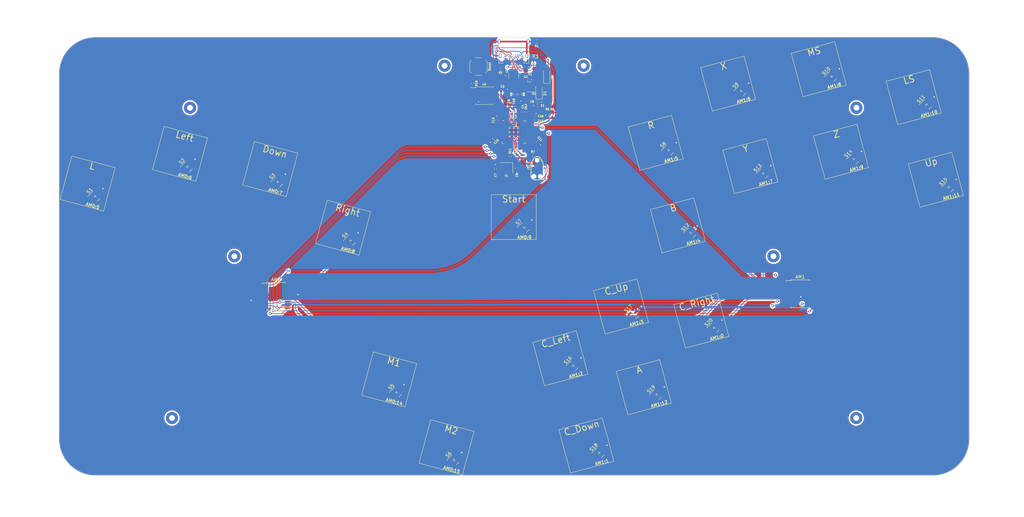
<source format=kicad_pcb>
(kicad_pcb (version 20221018) (generator pcbnew)
  (layers (0 "F.Cu" signal) (31 "B.Cu" signal) (34 "B.Paste" user) (35 "F.Paste" user) (36 "B.SilkS" user "B.Silkscreen") (37 "F.SilkS" user "F.Silkscreen") (38 "B.Mask" user) (39 "F.Mask" user) (44 "Edge.Cuts" user))
  (net 0 "")
  (net 1 "+3V3")
  (net 2 "GND")
  (net 3 "+1V1")
  (net 4 "XTAL_IN")
  (net 5 "/XTAL_O")
  (net 6 "+5V")
  (net 7 "Net-(F1-Pad1)")
  (net 8 "SWD")
  (net 9 "~{RESET}")
  (net 10 "SWCLK")
  (net 12 "D+")
  (net 13 "/D_+")
  (net 14 "D-")
  (net 15 "/D_-")
  (net 16 "Net-(J1-SHIELD)")
  (net 17 "XTAL_OUT")
  (net 18 "/~{USB_BOOT}")
  (net 19 "CS")
  (net 20 "Net-(J1-CC2)")
  (net 21 "Net-(J1-CC1)")
  (net 22 "VBUS_SENSE")
  (net 23 "SELECT1")
  (net 24 "DBUS+")
  (net 25 "DBUS-")
  (net 26 "SD1")
  (net 27 "SD2")
  (net 28 "SD0")
  (net 29 "QSPI_CLK")
  (net 30 "SD3")
  (net 31 "Net-(D1-A)")
  (net 32 "AM0")
  (net 33 "AM0:7")
  (net 34 "AM0:6")
  (net 35 "AM0:5")
  (net 36 "SELECT0")
  (net 37 "AM0:9")
  (net 38 "AM0:8")
  (net 39 "AM1")
  (net 40 "AM1:7")
  (net 41 "AM1:6")
  (net 42 "AM1:5")
  (net 43 "AM1:4")
  (net 44 "SELECT3")
  (net 45 "SELECT2")
  (net 46 "AM1:1")
  (net 47 "AM1:0")
  (net 48 "AM1:9")
  (net 49 "AM1:8")
  (net 50 "AM1:11")
  (net 51 "AM1:10")
  (net 52 "3vCable")
  (net 53 "DATA")
  (net 82 "AM1:3")
  (net 83 "AM1:2")
  (net 84 "AM1:12")
  (net 85 "AM0:15")
  (net 86 "AM0:14")
  (footprint "Capacitor_SMD:C_0402_1005Metric" (layer "F.Cu") (at 211.403974 57.653147 -45)
    (fp_text reference "C11")
    (fp_text value "100nF")
  )
  (footprint "qw-footprints:CUSTOM D_SOD-123" (layer "F.Cu") (at 211.967974 42.247254 90)
    (fp_text reference "D1")
    (fp_text value "Schottky Diode")
  )
  (footprint "Package_SO:SSOP-24_5.3x8.2mm_P0.65mm" (layer "F.Cu") (at 293.08 105)
    (fp_text reference "AM1")
    (fp_text value "CD74HC4067SM")
  )
  (footprint "void_switch:VoidSwitch_1u_SMD" (layer "F.Cu") (at 218.594156 125.050692 15)
    (fp_text reference "AM1:2")
    (fp_text value "C_Left")
  )
  (footprint "Package_TO_SOT_SMD:SOT-23" (layer "F.Cu") (at 241.404664 111.248839 45)
    (fp_text reference "S17")
    (fp_text value "Hall_Sensor")
  )
  (footprint "Capacitor_SMD:C_0402_1005Metric" (layer "F.Cu") (at 198.862724 51.033272 90)
    (fp_text reference "C13")
    (fp_text value "100nF")
  )
  (footprint "marbastlib-various:CON_TC2030_outlined" (layer "F.Cu") (at 211.367974 65.957254 -90)
    (fp_text reference "J2")
    (fp_text value "JTAG_TC2030")
  )
  (footprint "Capacitor_SMD:C_0402_1005Metric" (layer "F.Cu") (at 204.097974 46.699504 90)
    (fp_text reference "C10")
    (fp_text value "1uF")
  )
  (footprint "Resistor_SMD:R_0402_1005Metric" (layer "F.Cu") (at 199.947974 35.067254 180)
    (fp_text reference "R2")
    (fp_text value "5.1k")
  )
  (footprint "Resistor_SMD:R_0402_1005Metric" (layer "F.Cu") (at 191.367974 39.557254 -90)
    (fp_text reference "R10")
    (fp_text value "1k")
  )
  (footprint "Package_TO_SOT_SMD:SOT-23" (layer "F.Cu") (at 302.864664 37.438839 45)
    (fp_text reference "S10")
    (fp_text value "Hall_Sensor")
  )
  (footprint "Resistor_SMD:R_0603_1608Metric" (layer "F.Cu") (at 211.212974 26.557254 180)
    (fp_text reference "R1")
    (fp_text value "1M")
  )
  (footprint "void_switch:VoidSwitch_1u_SMD" (layer "F.Cu") (at 305.769641 60.815799 15)
    (fp_text reference "AM1:9")
    (fp_text value "Z")
  )
  (footprint "Package_SO:SSOP-24_5.3x8.2mm_P0.65mm" (layer "F.Cu") (at 130.23 105.82)
    (fp_text reference "AM0")
    (fp_text value "CD74HC4067SM")
  )
  (footprint "MountingHole:MountingHole_2.2mm_M2_ISO14580_Pad" (layer "F.Cu") (at 310.512974 143.637254)
    (fp_text reference "H8" hide)
    (fp_text value "MountingHole")
  )
  (footprint "MountingHole:MountingHole_2.2mm_M2_ISO14580_Pad" (layer "F.Cu") (at 182.617974 34.077254)
    (fp_text reference "H4" hide)
    (fp_text value "MountingHole")
  )
  (footprint "Capacitor_SMD:C_0402_1005Metric" (layer "F.Cu") (at 207.879724 48.493272 90)
    (fp_text reference "C12")
    (fp_text value "100nF")
  )
  (footprint "MountingHole:MountingHole_2.2mm_M2_ISO14580_Pad" (layer "F.Cu") (at 225.807974 34.077254)
    (fp_text reference "H5" hide)
    (fp_text value "MountingHole")
  )
  (footprint "Package_TO_SOT_SMD:SOT-23" (layer "F.Cu") (at 222.594664 127.348839 45)
    (fp_text reference "S16")
    (fp_text value "Hall_Sensor")
  )
  (footprint "Package_TO_SOT_SMD:SOT-23" (layer "F.Cu") (at 230.654664 154.468839 45)
    (fp_text reference "S18")
    (fp_text value "Hall_Sensor")
  )
  (footprint "void_switch:VoidSwitch_1u_SMD" (layer "F.Cu") (at 128.447416 66.210792 -15)
    (fp_text reference "AM0:7")
    (fp_text value "Down")
  )
  (footprint "Capacitor_SMD:C_0402_1005Metric" (layer "F.Cu") (at 202.573974 46.699504 90)
    (fp_text reference "C5")
    (fp_text value "100nF")
  )
  (footprint "void_switch:VoidSwitch_1u_SMD" (layer "F.Cu") (at 237.426539 108.946214 15)
    (fp_text reference "AM1:3")
    (fp_text value "C_Up")
  )
  (footprint "void_switch:VoidSwitch_1u_SMD" (layer "F.Cu") (at 71.713951 70.709376 -15)
    (fp_text reference "AM0:5")
    (fp_text value "L")
  )
  (footprint "MountingHole:MountingHole_2.2mm_M2_ISO14580_Pad" (layer "F.Cu") (at 117.282974 93.3473)
    (fp_text reference "H2" hide)
    (fp_text value "MountingHole")
  )
  (footprint "void_switch:VoidSwitch_1u_SMD" (layer "F.Cu") (at 298.873647 35.146587 15)
    (fp_text reference "AM1:8")
    (fp_text value "MS")
  )
  (footprint "void_switch:VoidSwitch_1u_SMD" (layer "F.Cu") (at 100.4 61.5 -15)
    (fp_text reference "AM0:6")
    (fp_text value "Left")
  )
  (footprint "void_switch:VoidSwitch_1u_SMD" (layer "F.Cu") (at 328.353542 43.849161 15)
    (fp_text reference "AM1:10")
    (fp_text value "LS")
  )
  (footprint "Package_TO_SOT_SMD:SOT-23" (layer "F.Cu") (at 208.870474 40.657254 180)
    (fp_text reference "U1")
    (fp_text value "XC6206")
  )
  (footprint "Capacitor_SMD:C_0402_1005Metric" (layer "F.Cu") (at 211.437974 45.262254 180)
    (fp_text reference "C9")
    (fp_text value "10uF")
  )
  (footprint "Package_TO_SOT_SMD:SOT-23" (layer "F.Cu") (at 207.334664 84.408839 45)
    (fp_text reference "S7")
    (fp_text value "Hall_Sensor")
  )
  (footprint "Package_TO_SOT_SMD:SOT-23" (layer "F.Cu") (at 167.714664 135.628839 45)
    (fp_text reference "S5")
    (fp_text value "Hall_Sensor")
  )
  (footprint "Package_TO_SOT_SMD:SOT-23" (layer "F.Cu") (at 281.59 67.58 45)
    (fp_text reference "S13")
    (fp_text value "Hall_Sensor")
  )
  (footprint "Package_TO_SOT_SMD:SOT-23" (layer "F.Cu") (at 185.534664 156.728839 45)
    (fp_text reference "S6")
    (fp_text value "Hall_Sensor")
  )
  (footprint "Capacitor_SMD:C_0402_1005Metric" (layer "F.Cu") (at 210.574974 51.271504)
    (fp_text reference "C17")
    (fp_text value "100nF")
  )
  (footprint "MountingHole:MountingHole_2.2mm_M2_ISO14580_Pad" (layer "F.Cu") (at 97.912974 143.637254)
    (fp_text reference "H3" hide)
    (fp_text value "MountingHole")
  )
  (footprint "void_switch:VoidSwitch_1u_SMD" (layer "F.Cu") (at 262.393097 113.314801 15)
    (fp_text reference "AM1:0")
    (fp_text value "C_Right")
  )
  (footprint "Button_Switch_SMD:SW_SPST_SKQG_WithStem" (layer "F.Cu") (at 193.127974 34.337254 -90)
    (fp_text reference "SW1" hide)
    (fp_text value "Boot")
  )
  (footprint "Capacitor_SMD:C_0402_1005Metric" (layer "F.Cu") (at 206.863724 48.493272 90)
    (fp_text reference "C4")
    (fp_text value "1uF")
  )
  (footprint "MountingHole:MountingHole_2.2mm_M2_ISO14580_Pad" (layer "F.Cu") (at 310.577974 47.150637 15)
    (fp_text reference "H6" hide)
    (fp_text value "MountingHole")
  )
  (footprint "Package_TO_SOT_SMD:SOT-23" (layer "F.Cu") (at 339.234664 71.808839 45)
    (fp_text reference "S15")
    (fp_text value "Hall_Sensor")
  )
  (footprint "Package_TO_SOT_SMD:SOT-23" (layer "F.Cu") (at 332.334664 46.148839 45)
    (fp_text reference "S11")
    (fp_text value "Hall_Sensor")
  )
  (footprint "void_switch:VoidSwitch_1u_SMD" (layer "F.Cu") (at 270.714833 39.611771 15)
    (fp_text reference "AM1:6")
    (fp_text value "X")
  )
  (footprint "Package_TO_SOT_SMD:SOT-23" (layer "F.Cu") (at 73.997087 74.692913 45)
    (fp_text reference "S1")
    (fp_text value "Hall_Sensor")
  )
  (footprint "Package_TO_SOT_SMD:SOT-23" (layer "F.Cu") (at 248.477087 136.382913 45)
    (fp_text reference "S19")
    (fp_text value "Hall_Sensor")
  )
  (footprint "MountingHole:MountingHole_2.2mm_M2_ISO14580_Pad" (layer "F.Cu") (at 284.792974 93.3473)
    (fp_text reference "H7" hide)
    (fp_text value "MountingHole")
  )
  (footprint "Capacitor_SMD:C_0402_1005Metric" (layer "F.Cu") (at 204.986974 62.320504 -90)
    (fp_text reference "C14")
    (fp_text value "100nF")
  )
  (footprint "Capacitor_SMD:C_0402_1005Metric" (layer "F.Cu") (at 208.417974 38.417254 180)
    (fp_text reference "C2")
    (fp_text value "1uF")
  )
  (footprint "void_switch:VoidSwitch_1u_SMD" (layer "F.Cu") (at 165.395669 131.64087 -15)
    (fp_text reference "AM0:14")
    (fp_text value "M1")
  )
  (footprint "qw-footprints:RP2040-QFN-56" (layer "F.Cu") (at 204.097974 54.732254)
    (fp_text reference "U3")
    (fp_text value "RP2040")
  )
  (footprint "Resistor_SMD:R_0603_1608Metric" (layer "F.Cu") (at 214.547974 49.442254 -90)
    (fp_text reference "R5")
    (fp_text value "5.6k")
  )
  (footprint "Resistor_SMD:R_0603_1608Metric" (layer "F.Cu") (at 204.527974 42.977254 -90)
    (fp_text reference "R8")
    (fp_text value "27")
  )
  (footprint "void_switch:VoidSwitch_1u_SMD" (layer "F.Cu") (at 226.665428 152.173089 15)
    (fp_text reference "AM1:1")
    (fp_text value "C_Down")
  )
  (footprint "Crystal:Crystal_SMD_3225-4Pin_3.2x2.5mm" (layer "F.Cu") (at 201.811974 65.876504 180)
    (fp_text reference "Y1")
    (fp_text value "12MHz")
  )
  (footprint "void_switch:VoidSwitch_1u_SMD" (layer "F.Cu") (at 204.096474 81.16412)
    (fp_text reference "AM0:9")
    (fp_text value "Start")
  )
  (footprint "Capacitor_SMD:C_0402_1005Metric" (layer "F.Cu") (at 211.437974 46.462254)
    (fp_text reference "C1")
    (fp_text value "1uF")
  )
  (footprint "Package_TO_SOT_SMD:SOT-23" (layer "F.Cu") (at 274.704664 41.908839 45)
    (fp_text reference "S9")
    (fp_text value "Hall_Sensor")
  )
  (footprint "qw-footprints:TYPE-C_24P_QCHT" (layer "F.Cu") (at 204.096474 27.837254 180)
    (fp_text reference "J1" hide)
    (fp_text value "USB C Connector")
  )
  (footprint "void_switch:VoidSwitch_1u_SMD" (layer "F.Cu") (at 248.205206 58.062381 15)
    (fp_text reference "AM1:5")
    (fp_text value "R")
  )
  (footprint "Package_TO_SOT_SMD:SOT-23" (layer "F.Cu") (at 102.704664 65.498839 45)
    (fp_text reference "S2")
    (fp_text value "Hall_Sensor")
  )
  (footprint "Resistor_SMD:R_0603_1608Metric" (layer "F.Cu") (at 206.057974 42.977254 -90)
    (fp_text reference "R9")
    (fp_text value "27")
  )
  (footprint "Resistor_SMD:R_0402_1005Metric" (layer "F.Cu") (at 202.954974 62.320504 90)
    (fp_text reference "R11")
    (fp_text value "1k")
  )
  (footprint "void_switch:VoidSwitch_1u_SMD" (layer "F.Cu") (at 255.100941 83.730627 15)
    (fp_text reference "AM1:4")
    (fp_text value "B")
  )
  (footprint "Capacitor_SMD:C_0402_1005Metric" (layer "F.Cu") (at 197.846724 56.875272 -135)
    (fp_text reference "C15")
    (fp_text value "100nF")
  )
  (footprint "Fuse:Fuse_1206_3216Metric" (layer "F.Cu") (at 209.227974 35.297254)
    (fp_text reference "F1")
    (fp_text value "500 mA")
  )
  (footprint "void_switch:VoidSwitch_1u_SMD" (layer "F.Cu") (at 244.497811 134.068611 15)
    (fp_text reference "AM1:12")
    (fp_text value "A")
  )
  (footprint "Capacitor_SMD:C_0402_1005Metric" (layer "F.Cu") (at 200.617974 41.477254)
    (fp_text reference "C3")
    (fp_text value "100nF")
  )
  (footprint "Package_TO_SOT_SMD:SOT-23" (layer "F.Cu") (at 130.754664 70.198839 45)
    (fp_text reference "S3")
    (fp_text value "Hall_Sensor")
  )
  (footprint "void_switch:VoidSwitch_1u_SMD" (layer "F.Cu") (at 335.249536 69.518373 15)
    (fp_text reference "AM1:11")
    (fp_text value "Up")
  )
  (footprint "Resistor_SMD:R_0603_1608Metric" (layer "F.Cu") (at 216.087974 49.442254 90)
    (fp_text reference "R6")
    (fp_text value "10k")
  )
  (footprint "Capacitor_SMD:C_0402_1005Metric" (layer "F.Cu") (at 198.382974 66.146272 -90)
    (fp_text reference "C7")
    (fp_text value "22pF")
  )
  (footprint "Resistor_SMD:R_0402_1005Metric" (layer "F.Cu") (at 210.017974 61.767254 180)
    (fp_text reference "R7")
    (fp_text value "10k")
  )
  (footprint "void_switch:VoidSwitch_1u_SMD" (layer "F.Cu") (at 151.069509 84.450317 -15)
    (fp_text reference "AM0:8")
    (fp_text value "Right")
  )
  (footprint "Package_TO_SOT_SMD:SOT-23" (layer "F.Cu") (at 153.38 88.42 45)
    (fp_text reference "S4")
    (fp_text value "Hall_Sensor")
  )
  (footprint "Package_TO_SOT_SMD:SOT-23" (layer "F.Cu") (at 252.204664 60.378839 45)
    (fp_text reference "S8")
    (fp_text value "Hall_Sensor")
  )
  (footprint "Resistor_SMD:R_0402_1005Metric" (layer "F.Cu") (at 210.777974 32.407254)
    (fp_text reference "R3")
    (fp_text value "5.1k")
  )
  (footprint "MountingHole:MountingHole_2.2mm_M2_ISO14580_Pad" (layer "F.Cu") (at 103.517974 47.150637)
    (fp_text reference "H1" hide)
    (fp_text value "MountingHole")
  )
  (footprint "Package_TO_SOT_SMD:SOT-23" (layer "F.Cu") (at 266.377087 115.602913 45)
    (fp_text reference "S20")
    (fp_text value "Hall_Sensor")
  )
  (footprint "Capacitor_SMD:C_0402_1005Metric" (layer "F.Cu") (at 210.574974 49.747504)
    (fp_text reference "C16")
    (fp_text value "100nF")
  )
  (footprint "Package_TO_SOT_SMD:SOT-23" (layer "F.Cu") (at 309.754664 63.098839 45)
    (fp_text reference "S14")
    (fp_text value "Hall_Sensor")
  )
  (footprint "Package_TO_SOT_SMD:SOT-23-6" (layer "F.Cu") (at 204.097974 37.187254 -90)
    (fp_text reference "U2")
    (fp_text value "USBLC6-2SC6")
  )
  (footprint "void_switch:VoidSwitch_1u_SMD" (layer "F.Cu") (at 183.229277 152.74464 -15)
    (fp_text reference "AM0:15")
    (fp_text value "M2")
  )
  (footprint "Package_TO_SOT_SMD:SOT-23" (layer "F.Cu") (at 259.087087 86.022913 45)
    (fp_text reference "S12")
    (fp_text value "Hall_Sensor")
  )
  (footprint "qw-footprints:CUSTOM D_SOD-123" (layer "F.Cu") (at 214.347974 37.317254 90)
    (fp_text reference "D2")
    (fp_text value "Schottky Diode")
  )
  (footprint "Package_SO:SOIC-8_5.23x5.23mm_P1.27mm" (layer "F.Cu") (at 194.967974 43.387254)
    (fp_text reference "U4")
    (fp_text value "W25Q128JVS")
  )
  (footprint "void_switch:VoidSwitch_1u_SMD" (layer "F.Cu") (at 277.610827 65.280983 15)
    (fp_text reference "AM1:7")
    (fp_text value "Y")
  )
  (footprint "Capacitor_SMD:C_0402_1005Metric" (layer "F.Cu") (at 206.510974 62.320504 -90)
    (fp_text reference "C6")
    (fp_text value "100nF")
  )
  (footprint "Capacitor_SMD:C_0402_1005Metric" (layer "F.Cu") (at 205.085724 65.892272 90)
    (fp_text reference "C8")
    (fp_text value "22pF")
  )
  (gr_arc (start 74.127974 161.457254) (mid 66.173023 158.162205) (end 62.877974 150.207254) (stroke (width 0.1)) (layer "Edge.Cuts"))
  (gr_arc (start 334.327974 25.237254) (mid 342.282925 28.532303) (end 345.577974 36.487254) (stroke (width 0.1)) (layer "Edge.Cuts"))
  (gr_arc (start 345.577974 150.207254) (mid 342.282925 158.162205) (end 334.327974 161.457254) (stroke (width 0.1)) (layer "Edge.Cuts"))
  (gr_arc (start 62.877974 36.487254) (mid 66.173023 28.532303) (end 74.127974 25.237254) (stroke (width 0.1)) (layer "Edge.Cuts"))
  (gr_line (start 62.877974 36.487254) (end 62.877974 150.207254) (stroke (width 0.1)) (layer "Edge.Cuts"))
  (gr_line (start 345.577974 36.487254) (end 345.577974 150.207254) (stroke (width 0.1)) (layer "Edge.Cuts"))
  (gr_line (start 334.327974 25.237254) (end 74.127974 25.237254) (stroke (width 0.1)) (layer "Edge.Cuts"))
  (gr_line (start 74.127974 161.457254) (end 334.327974 161.457254) (stroke (width 0.1)) (layer "Edge.Cuts"))
  (segment (start 204.580816 50.484346) (end 204.478974 50.382504) (width 0.2) (layer "F.Cu") (net 1))
  (segment (start 204.697974 51.294754) (end 204.697974 51.888504) (width 0.2) (layer "F.Cu") (net 1))
  (segment (start 201.827742 52.132254) (end 201.910724 52.049272) (width 0.2) (layer "F.Cu") (net 1))
  (segment (start 206.697974 51.294754) (end 206.697974 52.093504) (width 0.2) (layer "F.Cu") (net 1))
  (segment (start 211.967974 43.897254) (end 211.967974 46.412254) (width 0.5) (layer "F.Cu") (net 1))
  (segment (start 209.930713 64.707254) (end 210.712974 64.707254) (width 0.5) (layer "F.Cu") (net 1))
  (segment (start 201.415224 55.732254) (end 201.430974 55.716504) (width 0.2) (layer "F.Cu") (net 1))
  (segment (start 200.660474 52.132254) (end 199.89592 52.132254) (width 0.2) (layer "F.Cu") (net 1))
  (segment (start 206.637974 52.160504) (end 206.297974 51.820504) (width 0.2) (layer "F.Cu") (net 1))
  (segment (start 209.737099 55.986272) (end 211.064563 57.313736) (width 0.381) (layer "F.Cu") (net 1))
  (segment (start 204.323724 48.112272) (end 204.476124 48.264672) (width 0.2) (layer "F.Cu") (net 1))
  (segment (start 207.535474 52.132254) (end 206.666224 52.132254) (width 0.2) (layer "F.Cu") (net 1))
  (segment (start 204.297974 51.294754) (end 204.297974 52.150522) (width 0.2) (layer "F.Cu") (net 1))
  (segment (start 200.137974 42.507254) (end 200.137974 41.477254) (width 0.5) (layer "F.Cu") (net 1))
  (segment (start 204.478974 50.382504) (end 204.415131 50.446347) (width 0.2) (layer "F.Cu") (net 1))
  (segment (start 209.799974 51.271504) (end 210.094974 51.271504) (width 0.381) (layer "F.Cu") (net 1))
  (segment (start 199.188813 51.839361) (end 198.862724 51.513272) (width 0.2) (layer "F.Cu") (net 1))
  (segment (start 198.818242 55.931754) (end 198.227724 56.522272) (width 0.381) (layer "F.Cu") (net 1))
  (segment (start 204.323724 47.700254) (end 204.097974 47.474504) (width 0.2) (layer "F.Cu") (net 1))
  (segment (start 206.697974 51.294754) (end 206.697974 50.569236) (width 0.2) (layer "F.Cu") (net 1))
  (segment (start 200.660474 55.732254) (end 199.299731 55.732254) (width 0.2) (layer "F.Cu") (net 1))
  (segment (start 204.476124 48.264672) (end 204.476124 50.379654) (width 0.2) (layer "F.Cu") (net 1))
  (segment (start 207.879724 48.973272) (end 208.708465 48.973272) (width 0.5) (layer "F.Cu") (net 1))
  (segment (start 204.297974 50.729189) (end 204.297974 51.294754) (width 0.2) (layer "F.Cu") (net 1))
  (segment (start 207.535474 55.732254) (end 206.662974 55.732254) (width 0.2) (layer "F.Cu") (net 1))
  (segment (start 211.917974 46.696361) (end 211.917974 46.462254) (width 0.5) (layer "F.Cu") (net 1))
  (segment (start 204.450724 60.939272) (end 204.297974 60.786522) (width 0.2) (layer "F.Cu") (net 1))
  (segment (start 204.986974 61.475522) (end 204.986974 61.840504) (width 0.5) (layer "F.Cu") (net 1))
  (segment (start 204.297974 58.169754) (end 204.297974 57.440504) (width 0.2) (layer "F.Cu") (net 1))
  (segment (start 204.450724 60.939272) (end 204.986974 61.475522) (width 0.5) (layer "F.Cu") (net 1))
  (segment (start 204.297974 60.786522) (end 204.297974 58.169754) (width 0.2) (layer "F.Cu") (net 1))
  (segment (start 207.535474 52.132254) (end 208.52501 52.132254) (width 0.2) (layer "F.Cu") (net 1))
  (segment (start 206.297974 51.294754) (end 206.697974 50.894754) (width 0.2) (layer "F.Cu") (net 1))
  (segment (start 213.212321 42.819515) (end 212.134582 43.897254) (width 0.5) (layer "F.Cu") (net 1))
  (segment (start 200.660474 52.132254) (end 201.827742 52.132254) (width 0.2) (layer "F.Cu") (net 1))
  (segment (start 206.297974 51.820504) (end 206.297974 51.294754) (width 0.2) (layer "F.Cu") (net 1))
  (segment (start 204.297974 52.150522) (end 204.323724 52.176272) (width 0.2) (layer "F.Cu") (net 1))
  (segment (start 204.476124 50.379654) (end 204.478974 50.382504) (width 0.2) (layer "F.Cu") (net 1))
  (segment (start 204.323724 48.112272) (end 204.323724 47.700254) (width 0.2) (layer "F.Cu") (net 1))
  (segment (start 207.535474 55.732254) (end 209.123862 55.732254) (width 0.2) (layer "F.Cu") (net 1))
  (segment (start 210.094974 49.747504) (end 210.094974 51.271504) (width 0.381) (layer "F.Cu") (net 1))
  (segment (start 206.990867 49.862129) (end 207.879724 48.973272) (width 0.2) (layer "F.Cu") (net 1))
  (segment (start 210.300509 48.313826) (end 211.917974 46.696361) (width 0.5) (layer "F.Cu") (net 1))
  (segment (start 204.697974 51.294754) (end 204.697974 50.767189) (width 0.2) (layer "F.Cu") (net 1))
  (segment (start 209.232117 51.839361) (end 209.799974 51.271504) (width 0.2) (layer "F.Cu") (net 1))
  (segment (start 200.137974 41.477254) (end 198.592974 41.477254) (width 0.5) (layer "F.Cu") (net 1))
  (segment (start 206.697974 52.093504) (end 206.764974 52.160504) (width 0.2) (layer "F.Cu") (net 1))
  (segment (start 200.660474 55.732254) (end 201.415224 55.732254) (width 0.2) (layer "F.Cu") (net 1))
  (segment (start 210.277974 63.588787) (end 210.277974 62.370716) (width 0.5) (layer "F.Cu") (net 1))
  (segment (start 206.666224 52.132254) (end 206.637974 52.160504) (width 0.2) (layer "F.Cu") (net 1))
  (segment (start 211.967974 46.412254) (end 211.917974 46.462254) (width 0.5) (layer "F.Cu") (net 1))
  (segment (start 212.134582 43.897254) (end 211.967974 43.897254) (width 0.5) (layer "F.Cu") (net 1))
  (segment (start 214.347974 38.967254) (end 214.347974 39.867939) (width 0.5) (layer "F.Cu") (net 1))
  (via (at 200.137974 42.507254) (size 0.6) (drill 0.3) (layers "F.Cu" "B.Cu") (net 1))
  (via (at 204.450724 60.939272) (size 0.6) (drill 0.3) (layers "F.Cu" "B.Cu") (net 1))
  (via (at 209.930713 64.707254) (size 0.6) (drill 0.3) (layers "F.Cu" "B.Cu") (net 1))
  (via (at 204.323724 48.112272) (size 0.6) (drill 0.3) (layers "F.Cu" "B.Cu") (net 1))
  (arc (start 214.347974 39.867939) (mid 214.053668 41.448678) (end 213.212321 42.819515) (width 0.5) (layer "F.Cu") (net 1))
  (arc (start 210.300509 48.313826) (mid 209.570073 48.801888) (end 208.708465 48.973272) (width 0.5) (layer "F.Cu") (net 1))
  (arc (start 198.818242 55.931754) (mid 199.039208 55.784074) (end 199.299731 55.732254) (width 0.2) (layer "F.Cu") (net 1))
  (arc (start 199.188813 51.839361) (mid 199.513236 52.056134) (end 199.89592 52.132254) (width 0.2) (layer "F.Cu") (net 1))
  (arc (start 208.52501 52.132254) (mid 208.907693 52.056134) (end 209.232117 51.839361) (width 0.2) (layer "F.Cu") (net 1))
  (arc (start 206.990867 49.862129) (mid 206.774094 50.186552) (end 206.697974 50.569236) (width 0.2) (layer "F.Cu") (net 1))
  (arc (start 204.297974 50.729189) (mid 204.328422 50.576116) (end 204.415131 50.446347) (width 0.2) (layer "F.Cu") (net 1))
  (arc (start 210.277974 63.588787) (mid 210.396225 64.183273) (end 210.732974 64.687254) (width 0.5) (layer "F.Cu") (net 1))
  (arc (start 210.527974 61.767254) (mid 210.342931 62.044159) (end 210.277974 62.370716) (width 0.5) (layer "F.Cu") (net 1))
  (arc (start 209.737099 55.986272) (mid 209.455736 55.798267) (end 209.123862 55.732254) (width 0.2) (layer "F.Cu") (net 1))
  (arc (start 204.697974 50.767189) (mid 204.667526 50.614115) (end 204.580816 50.484346) (width 0.2) (layer "F.Cu") (net 1))
  (segment (start 204.450724 60.939272) (end 207.925813 64.414361) (width 0.5) (layer "B.Cu") (net 1))
  (segment (start 201.141544 44.930092) (end 204.323724 48.112272) (width 0.5) (layer "B.Cu") (net 1))
  (segment (start 208.63292 64.707254) (end 209.930713 64.707254) (width 0.5) (layer "B.Cu") (net 1))
  (arc (start 207.925813 64.414361) (mid 208.250236 64.631134) (end 208.63292 64.707254) (width 0.5) (layer "B.Cu") (net 1))
  (arc (start 200.137974 42.507254) (mid 200.398793 43.818486) (end 201.141544 44.930092) (width 0.5) (layer "B.Cu") (net 1))
  (segment (start 295.115 106.625) (end 294.465 105.975) (width 0.2) (layer "F.Cu") (net 2))
  (segment (start 210.177974 46.462254) (end 210.167974 46.472254) (width 0.5) (layer "F.Cu") (net 2))
  (segment (start 252.86 59.73) (end 254.562423 58.027577) (width 0.2) (layer "F.Cu") (net 2))
  (segment (start 202.89756 59.526912) (end 198.883399 63.541073) (width 0.2) (layer "F.Cu") (net 2))
  (segment (start 135.095 108.095) (end 135.32 108.32) (width 0.2) (layer "F.Cu") (net 2))
  (segment (start 296.68 107.275) (end 295.765 107.275) (width 0.2) (layer "F.Cu") (net 2))
  (segment (start 136.685 104.845) (end 137.1 105.26) (width 0.2) (layer "F.Cu") (net 2))
  (segment (start 74.66 74.03) (end 76.42 72.3) (width 0.2) (layer "F.Cu") (net 2))
  (segment (start 198.862724 50.553272) (end 198.862724 49.763272) (width 0.381) (layer "F.Cu") (net 2))
  (segment (start 136.865 105.495) (end 137.1 105.26) (width 0.2) (layer "F.Cu") (net 2))
  (segment (start 122.735 106.795) (end 122.5 107.03) (width 0.2) (layer "F.Cu") (net 2))
  (segment (start 205.085724 66.372272) (end 205.085724 67.416272) (width 0.381) (layer "F.Cu") (net 2))
  (segment (start 290.645 108.575) (end 293.28 105.94) (width 0.2) (layer "F.Cu") (net 2))
  (segment (start 203.097974 58.169754) (end 203.097974 59.04307) (width 0.2) (layer "F.Cu") (net 2))
  (segment (start 296.68 105.975) (end 294.465 105.975) (width 0.2) (layer "F.Cu") (net 2))
  (segment (start 212.419974 58.669147) (end 211.743385 57.992558) (width 0.2) (layer "F.Cu") (net 2))
  (segment (start 124.095 105.435) (end 123.37 106.16) (width 0.2) (layer "F.Cu") (net 2))
  (segment (start 267.04 114.94) (end 268.76 113.18) (width 0.2) (layer "F.Cu") (net 2))
  (segment (start 294.465 105.975) (end 294.46 105.97) (width 0.2) (layer "F.Cu") (net 2))
  (segment (start 201.097974 41.477254) (end 202.107974 41.477254) (width 0.5) (layer "F.Cu") (net 2))
  (segment (start 204.097974 36.049754) (end 204.097974 36.540623) (width 0.2) (layer "F.Cu") (net 2))
  (segment (start 294.43 105.94) (end 293.28 105.94) (width 0.2) (layer "F.Cu") (net 2))
  (segment (start 208.897974 38.417254) (end 209.677974 38.417254) (width 0.5) (layer "F.Cu") (net 2))
  (segment (start 296.68 105.325) (end 295.105 105.325) (width 0.2) (layer "F.Cu") (net 2))
  (segment (start 126.63 106.145) (end 123.385 106.145) (width 0.2) (layer "F.Cu") (net 2))
  (segment (start 126.63 105.495) (end 124.155 105.495) (width 0.2) (layer "F.Cu") (net 2))
  (segment (start 210.732974 67.227254) (end 209.530713 67.227254) (width 0.25) (layer "F.Cu") (net 2))
  (segment (start 136.215 106.145) (end 133.83 106.145) (width 0.2) (layer "F.Cu") (net 2))
  (segment (start 136.035 104.195) (end 137.1 105.26) (width 0.2) (layer "F.Cu") (net 2))
  (segment (start 210.957974 46.462254) (end 210.177974 46.462254) (width 0.5) (layer "F.Cu") (net 2))
  (segment (start 296.68 106.625) (end 295.115 106.625) (width 0.2) (layer "F.Cu") (net 2))
  (segment (start 191.405474 45.287254) (end 193.130474 45.287254) (width 0.5) (layer "F.Cu") (net 2))
  (segment (start 124.685 104.845) (end 124.095 105.435) (width 0.2) (layer "F.Cu") (net 2))
  (segment (start 209.677974 38.417254) (end 209.687974 38.407254) (width 0.5) (layer "F.Cu") (net 2))
  (segment (start 289.48 108.575) (end 290.645 108.575) (width 0.2) (layer "F.Cu") (net 2))
  (segment (start 133.83 104.845) (end 136.685 104.845) (width 0.2) (layer "F.Cu") (net 2))
  (segment (start 137.1 105.26) (end 136.215 106.145) (width 0.2) (layer "F.Cu") (net 2))
  (segment (start 211.054974 49.747504) (end 211.054974 51.271504) (width 0.381) (layer "F.Cu") (net 2))
  (segment (start 123.77 106.795) (end 122.735 106.795) (width 0.2) (layer "F.Cu") (net 2))
  (segment (start 295.105 105.325) (end 294.46 105.97) (width 0.2) (layer "F.Cu") (net 2))
  (segment (start 123.385 106.145) (end 123.37 106.16) (width 0.2) (layer "F.Cu") (net 2))
  (segment (start 332.997577 45.485926) (end 334.72 43.79) (width 0.2) (layer "F.Cu") (net 2))
  (segment (start 124.42 107.445) (end 123.77 106.795) (width 0.2) (layer "F.Cu") (net 2))
  (segment (start 275.367577 41.245926) (end 277.1 39.49) (width 0.2) (layer "F.Cu") (net 2))
  (segment (start 202.664996 66.726504) (end 200.964996 65.026504) (width 0.254) (layer "F.Cu") (net 2))
  (segment (start 294.465 105.975) (end 294.43 105.94) (width 0.2) (layer "F.Cu") (net 2))
  (segment (start 133.83 104.195) (end 136.035 104.195) (width 0.2) (layer "F.Cu") (net 2))
  (segment (start 223.257577 126.685926) (end 224.98 124.96) (width 0.2) (layer "F.Cu") (net 2))
  (segment (start 124.42 108.26) (end 124.42 107.445) (width 0.2) (layer "F.Cu") (net 2))
  (segment (start 339.897577 71.145926) (end 341.57 69.46) (width 0.2) (layer "F.Cu") (net 2))
  (segment (start 123.37 106.16) (end 122.5 107.03) (width 0.2) (layer "F.Cu") (net 2))
  (segment (start 202.573974 46.219504) (end 204.097974 46.219504) (width 0.5) (layer "F.Cu") (net 2))
  (segment (start 211.054724 48.907254) (end 211.054724 49.747254) (width 0.381) (layer "F.Cu") (net 2))
  (segment (start 207.879724 48.013272) (end 207.879724 47.096272) (width 0.2) (layer "F.Cu") (net 2))
  (segment (start 126.63 107.445) (end 124.42 107.445) (width 0.2) (layer "F.Cu") (net 2))
  (segment (start 124.155 105.495) (end 124.095 105.435) (width 0.2) (layer "F.Cu") (net 2))
  (segment (start 126.63 109.395) (end 125.555 109.395) (width 0.2) (layer "F.Cu") (net 2))
  (segment (start 126.63 104.845) (end 124.685 104.845) (width 0.2) (layer "F.Cu") (net 2))
  (segment (start 206.846474 31.597254) (end 206.896474 31.547254) (width 0.2) (layer "F.Cu") (net 2))
  (segment (start 310.417577 62.435926) (end 312.13 60.71) (width 0.2) (layer "F.Cu") (net 2))
  (segment (start 131.417577 69.535926) (end 133.13 67.81) (width 0.2) (layer "F.Cu") (net 2))
  (segment (start 249.14 135.72) (end 250.88 133.94) (width 0.2) (layer "F.Cu") (net 2))
  (segment (start 282.252913 66.917087) (end 284 65.17) (width 0.2) (layer "F.Cu") (net 2))
  (segment (start 125.555 109.395) (end 124.42 108.26) (width 0.2) (layer "F.Cu") (net 2))
  (segment (start 303.527577 36.775926) (end 305.26 35.05) (width 0.2) (layer "F.Cu") (net 2))
  (segment (start 126.63 106.795) (end 123.77 106.795) (width 0.2) (layer "F.Cu") (net 2))
  (segment (start 261.16 83.95) (end 261.16 83.89) (width 0.2) (layer "F.Cu") (net 2))
  (segment (start 133.83 105.495) (end 136.865 105.495) (width 0.2) (layer "F.Cu") (net 2))
  (segment (start 154.042913 87.757087) (end 155.74 86.07) (width 0.2) (layer "F.Cu") (net 2))
  (segment (start 210.957974 45.262254) (end 210.957974 46.462254) (width 0.5) (layer "F.Cu") (net 2))
  (segment (start 206.846474 32.757254) (end 206.846474 31.597254) (width 0.2) (layer "F.Cu") (net 2))
  (segment (start 205.085724 66.372272) (end 203.266206 66.372272) (width 0.381) (layer "F.Cu") (net 2))
  (segment (start 231.317577 153.805926) (end 233.04 152.08) (width 0.2) (layer "F.Cu") (net 2))
  (segment (start 207.997577 83.745926) (end 209.7 82.04) (width 0.2) (layer "F.Cu") (net 2))
  (segment (start 203.481343 37.157254) (end 201.547974 37.157254) (width 0.2) (layer "F.Cu") (net 2))
  (segment (start 168.377577 134.965926) (end 170.03 133.31) (width 0.2) (layer "F.Cu") (net 2))
  (segment (start 133.83 108.095) (end 135.095 108.095) (width 0.2) (layer "F.Cu") (net 2))
  (segment (start 259.75 85.36) (end 261.16 83.95) (width 0.2) (layer "F.Cu") (net 2))
  (segment (start 103.367577 64.835926) (end 105.082423 63.13) (width 0.2) (layer "F.Cu") (net 2))
  (segment (start 242.067577 110.585926) (end 243.75 108.91) (width 0.2) (layer "F.Cu") (net 2))
  (segment (start 201.346474 32.757254) (end 201.346474 31.597254) (width 0.2) (layer "F.Cu") (net 2))
  (segment (start 197.507313 57.214683) (end 196.830724 57.891272) (width 0.381) (layer "F.Cu") (net 2))
  (segment (start 201.346474 31.597254) (end 201.296474 31.547254) (width 0.2) (layer "F.Cu") (net 2))
  (segment (start 295.765 107.275) (end 295.115 106.625) (width 0.2) (layer "F.Cu") (net 2))
  (segment (start 201.547974 37.157254) (end 201.517974 37.187254) (width 0.2) (layer "F.Cu") (net 2))
  (segment (start 198.382974 64.749272) (end 198.382974 65.666272) (width 0.381) (layer "F.Cu") (net 2))
  (segment (start 186.197577 156.065926) (end 187.95 154.34) (width 0.2) (layer "F.Cu") (net 2))
  (via (at 254.562423 58.027577) (size 0.8) (drill 0.4) (layers "F.Cu" "B.Cu") (net 2))
  (via (at 203.307724 45.572272) (size 0.6) (drill 0.3) (layers "F.Cu" "B.Cu") (net 2))
  (via (at 250.88 133.94) (size 0.8) (drill 0.4) (layers "F.Cu" "B.Cu") (net 2))
  (via (at 224.98 124.96) (size 0.8) (drill 0.4) (layers "F.Cu" "B.Cu") (net 2))
  (via (at 334.72 43.79) (size 0.8) (drill 0.4) (layers "F.Cu" "B.Cu") (net 2))
  (via (at 207.879724 47.096272) (size 0.6) (drill 0.3) (layers "F.Cu" "B.Cu") (net 2))
  (via (at 277.1 39.49) (size 0.8) (drill 0.4) (layers "F.Cu" "B.Cu") (net 2))
  (via (at 187.95 154.34) (size 0.8) (drill 0.4) (layers "F.Cu" "B.Cu") (net 2))
  (via (at 268.76 113.18) (size 0.8) (drill 0.4) (layers "F.Cu" "B.Cu") (net 2))
  (via (at 312.13 60.71) (size 0.8) (drill 0.4) (layers "F.Cu" "B.Cu") (net 2))
  (via (at 196.830724 57.891272) (size 0.6) (drill 0.3) (layers "F.Cu" "B.Cu") (net 2))
  (via (at 105.082423 63.13) (size 0.8) (drill 0.4) (layers "F.Cu" "B.Cu") (net 2))
  (via (at 193.145474 45.302254) (size 0.6) (drill 0.3) (layers "F.Cu" "B.Cu") (net 2))
  (via (at 76.42 72.3) (size 0.8) (drill 0.4) (layers "F.Cu" "B.Cu") (net 2))
  (via (at 212.777974 45.312254) (size 0.6) (drill 0.3) (layers "F.Cu" "B.Cu") (net 2))
  (via (at 198.382974 64.749272) (size 0.6) (drill 0.3) (layers "F.Cu" "B.Cu") (net 2))
  (via (at 284 65.17) (size 0.8) (drill 0.4) (layers "F.Cu" "B.Cu") (net 2))
  (via (at 341.57 69.46) (size 0.8) (drill 0.4) (layers "F.Cu" "B.Cu") (net 2))
  (via (at 170.03 133.31) (size 0.8) (drill 0.4) (layers "F.Cu" "B.Cu") (net 2))
  (via (at 155.74 86.07) (size 0.8) (drill 0.4) (layers "F.Cu" "B.Cu") (net 2))
  (via (at 209.687974 38.407254) (size 0.6) (drill 0.3) (layers "F.Cu" "B.Cu") (net 2))
  (via (at 212.419974 58.669147) (size 0.6) (drill 0.3) (layers "F.Cu" "B.Cu") (net 2))
  (via (at 205.720724 63.733272) (size 0.6) (drill 0.3) (layers "F.Cu" "B.Cu") (net 2))
  (via (at 261.16 83.89) (size 0.8) (drill 0.4) (layers "F.Cu" "B.Cu") (net 2))
  (via (at 293.28 105.94) (size 0.8) (drill 0.4) (layers "F.Cu" "B.Cu") (net 2))
  (via (at 122.5 107.03) (size 0.8) (drill 0.4) (layers "F.Cu" "B.Cu") (net 2))
  (via (at 209.530713 67.227254) (size 0.6) (drill 0.3) (layers "F.Cu" "B.Cu") (net 2))
  (via (at 137.1 105.26) (size 0.8) (drill 0.4) (layers "F.Cu" "B.Cu") (net 2))
  (via (at 233.04 152.08) (size 0.8) (drill 0.4) (layers "F.Cu" "B.Cu") (net 2))
  (via (at 201.517974 37.187254) (size 0.6) (drill 0.3) (layers "F.Cu" "B.Cu") (net 2))
  (via (at 202.117974 41.467254) (size 0.6) (drill 0.3) (layers "F.Cu" "B.Cu") (net 2))
  (via (at 243.75 108.91) (size 0.8) (drill 0.4) (layers "F.Cu" "B.Cu") (net 2))
  (via (at 211.054724 48.907254) (size 0.6) (drill 0.3) (layers "F.Cu" "B.Cu") (net 2))
  (via (at 133.13 67.81) (size 0.8) (drill 0.4) (layers "F.Cu" "B.Cu") (net 2))
  (via (at 305.26 35.05) (size 0.8) (drill 0.4) (layers "F.Cu" "B.Cu") (net 2))
  (via (at 206.323974 45.080147) (size 0.6) (drill 0.3) (layers "F.Cu" "B.Cu") (net 2))
  (via (at 198.862724 49.763272) (size 0.6) (drill 0.3) (layers "F.Cu" "B.Cu") (net 2))
  (via (at 205.085724 67.416272) (size 0.6) (drill 0.3) (layers "F.Cu" "B.Cu") (net 2))
  (via (at 135.32 108.32) (size 0.8) (drill 0.4) (layers "F.Cu" "B.Cu") (net 2))
  (via (at 210.167974 46.472254) (size 0.6) (drill 0.3) (layers "F.Cu" "B.Cu") (net 2))
  (via (at 204.418974 45.080147) (size 0.6) (drill 0.3) (layers "F.Cu" "B.Cu") (net 2))
  (via (at 209.7 82.04) (size 0.8) (drill 0.4) (layers "F.Cu" "B.Cu") (net 2))
  (arc (start 198.382974 64.749272) (mid 198.51303 64.09537) (end 198.883399 63.541073) (width 0.2) (layer "F.Cu") (net 2))
  (arc (start 203.097974 59.04307) (mid 203.045888 59.304923) (end 202.89756 59.526912) (width 0.2) (layer "F.Cu") (net 2))
  (arc (start 203.481343 37.157254) (mid 203.917367 36.976647) (end 204.097974 36.540623) (width 0.2) (layer "F.Cu") (net 2))
  (segment (start 204.097974 53.457254) (end 204.097974 56.007254) (width 0.635) (layer "B.Cu") (net 2))
  (segment (start 202.822974 56.007254) (end 203.122974 55.707254) (width 0.635) (layer "B.Cu") (net 2))
  (segment (start 203.122974 55.707254) (end 205.072974 55.707254) (width 0.635) (layer "B.Cu") (net 2))
  (segment (start 205.372974 56.007254) (end 205.372974 53.457254) (width 0.635) (layer "B.Cu") (net 2))
  (segment (start 202.822974 56.007254) (end 202.822974 53.457254) (width 0.635) (layer "B.Cu") (net 2))
  (segment (start 205.372974 53.457254) (end 202.822974 53.457254) (width 0.635) (layer "B.Cu") (net 2))
  (segment (start 205.072974 55.707254) (end 205.372974 56.007254) (width 0.635) (layer "B.Cu") (net 2))
  (segment (start 205.372974 54.732254) (end 202.822974 54.732254) (width 0.635) (layer "B.Cu") (net 2))
  (segment (start 205.897974 52.138504) (end 205.748974 52.287504) (width 0.2) (layer "F.Cu") (net 3))
  (segment (start 207.371724 61.828272) (end 207.359492 61.840504) (width 0.5) (layer "F.Cu") (net 3))
  (segment (start 206.335216 61.369746) (end 204.87371 59.90824) (width 0.2) (layer "F.Cu") (net 3))
  (segment (start 203.462974 48.604504) (end 202.744358 47.885888) (width 0.381) (layer "F.Cu") (net 3))
  (segment (start 204.697974 59.483976) (end 204.697974 58.169754) (width 0.2) (layer "F.Cu") (net 3))
  (segment (start 205.897974 51.294754) (end 205.897974 52.138504) (width 0.2) (layer "F.Cu") (net 3))
  (segment (start 206.510974 61.794032) (end 206.510974 61.840504) (width 0.2) (layer "F.Cu") (net 3))
  (segment (start 207.359492 61.840504) (end 206.510974 61.840504) (width 0.5) (layer "F.Cu") (net 3))
  (segment (start 206.410287 49.426709) (end 206.863724 48.973272) (width 0.2) (layer "F.Cu") (net 3))
  (segment (start 203.897974 49.453718) (end 203.897974 51.294754) (width 0.2) (layer "F.Cu") (net 3))
  (segment (start 205.897974 51.294754) (end 205.897974 50.663541) (width 0.2) (layer "F.Cu") (net 3))
  (segment (start 203.462974 48.604504) (end 203.605081 48.746611) (width 0.2) (layer "F.Cu") (net 3))
  (via (at 203.462974 48.604504) (size 0.6) (drill 0.3) (layers "F.Cu" "B.Cu") (net 3))
  (via (at 207.371724 61.828272) (size 0.6) (drill 0.3) (layers "F.Cu" "B.Cu") (net 3))
  (via (at 204.704724 56.831754) (size 0.6) (drill 0.35) (layers "F.Cu" "B.Cu") (net 3))
  (via (at 204.831724 52.594504) (size 0.6) (drill 0.35) (layers "F.Cu" "B.Cu") (net 3))
  (arc (start 202.744358 47.885888) (mid 202.618256 47.697162) (end 202.573974 47.474504) (width 0.381) (layer "F.Cu") (net 3))
  (arc (start 206.410287 49.426709) (mid 206.03112 49.994172) (end 205.897974 50.663541) (width 0.2) (layer "F.Cu") (net 3))
  (arc (start 204.87371 59.90824) (mid 204.743646 59.713586) (end 204.697974 59.483976) (width 0.2) (layer "F.Cu") (net 3))
  (arc (start 203.605081 48.746611) (mid 203.821854 49.071034) (end 203.897974 49.453718) (width 0.2) (layer "F.Cu") (net 3))
  (arc (start 206.335216 61.369746) (mid 206.465292 61.564415) (end 206.510974 61.794032) (width 0.2) (layer "F.Cu") (net 3))
  (segment (start 203.462974 50.81154) (end 203.462974 48.604504) (width 0.381) (layer "B.Cu") (net 3))
  (segment (start 204.704724 56.831754) (end 204.704724 59.46504) (width 0.381) (layer "B.Cu") (net 3))
  (segment (start 204.997617 60.172147) (end 206.360849 61.535379) (width 0.381) (layer "B.Cu") (net 3))
  (segment (start 204.831724 52.594504) (end 203.755867 51.518647) (width 0.381) (layer "B.Cu") (net 3))
  (segment (start 207.067956 61.828272) (end 207.371724 61.828272) (width 0.381) (layer "B.Cu") (net 3))
  (arc (start 206.360849 61.535379) (mid 206.685272 61.752152) (end 207.067956 61.828272) (width 0.381) (layer "B.Cu") (net 3))
  (arc (start 204.997617 60.172147) (mid 204.780844 59.847724) (end 204.704724 59.46504) (width 0.381) (layer "B.Cu") (net 3))
  (arc (start 203.755867 51.518647) (mid 203.539094 51.194224) (end 203.462974 50.81154) (width 0.381) (layer "B.Cu") (net 3))
  (segment (start 198.382974 66.626272) (end 200.611742 66.626272) (width 0.2) (layer "F.Cu") (net 4))
  (segment (start 203.402271 59.587207) (end 199.896507 63.092971) (width 0.2) (layer "F.Cu") (net 4))
  (segment (start 203.497974 58.169754) (end 203.497974 59.356159) (width 0.2) (layer "F.Cu") (net 4))
  (segment (start 199.914279 66.010809) (end 200.629974 66.726504) (width 0.2) (layer "F.Cu") (net 4))
  (segment (start 199.398974 64.294121) (end 199.398974 64.766752) (width 0.2) (layer "F.Cu") (net 4))
  (arc (start 199.398974 64.766752) (mid 199.532897 65.440031) (end 199.914279 66.010809) (width 0.2) (layer "F.Cu") (net 4))
  (arc (start 203.497974 59.356159) (mid 203.473102 59.481201) (end 203.402271 59.587207) (width 0.2) (layer "F.Cu") (net 4))
  (arc (start 199.398974 64.294121) (mid 199.528279 63.644063) (end 199.896507 63.092971) (width 0.2) (layer "F.Cu") (net 4))
  (segment (start 205.085724 65.412272) (end 203.297742 65.412272) (width 0.2) (layer "F.Cu") (net 5))
  (segment (start 202.954974 64.983504) (end 202.954974 62.830504) (width 0.2) (layer "F.Cu") (net 5))
  (segment (start 204.583659 37.157254) (end 208.922974 37.157254) (width 0.2) (layer "F.Cu") (net 6))
  (segment (start 214.547974 47.572838) (end 214.547974 48.617254) (width 0.5) (layer "F.Cu") (net 6))
  (segment (start 208.922974 37.157254) (end 208.932974 37.167254) (width 0.2) (layer "F.Cu") (net 6))
  (segment (start 209.257974 37.167254) (end 214.847974 37.167254) (width 0.5) (layer "F.Cu") (net 6))
  (segment (start 215.847974 38.167254) (end 215.847974 44.78167) (width 0.5) (layer "F.Cu") (net 6))
  (segment (start 210.627974 35.297254) (end 210.627974 36.167254) (width 0.5) (layer "F.Cu") (net 6))
  (segment (start 204.097974 37.764078) (end 204.097974 37.857254) (width 0.2) (layer "F.Cu") (net 6))
  (segment (start 207.932974 38.167254) (end 207.932974 40.657254) (width 0.5) (layer "F.Cu") (net 6))
  (segment (start 215.320766 46.054462) (end 215.075182 46.300046) (width 0.5) (layer "F.Cu") (net 6))
  (segment (start 209.627974 37.167254) (end 209.257974 37.167254) (width 0.5) (layer "F.Cu") (net 6))
  (segment (start 209.257974 37.167254) (end 208.932974 37.167254) (width 0.5) (layer "F.Cu") (net 6))
  (arc (start 204.583659 37.157254) (mid 204.430586 37.187702) (end 204.300817 37.274411) (width 0.2) (layer "F.Cu") (net 6))
  (arc (start 207.932974 38.167254) (mid 208.225867 37.460147) (end 208.932974 37.167254) (width 0.5) (layer "F.Cu") (net 6))
  (arc (start 214.847974 37.167254) (mid 215.555081 37.460147) (end 215.847974 38.167254) (width 0.5) (layer "F.Cu") (net 6))
  (arc (start 204.300817 37.274411) (mid 204.150683 37.499088) (end 204.097974 37.764078) (width 0.2) (layer "F.Cu") (net 6))
  (arc (start 210.627974 36.167254) (mid 210.335081 36.874361) (end 209.627974 37.167254) (width 0.5) (layer "F.Cu") (net 6))
  (arc (start 215.320766 46.054462) (mid 215.710957 45.4705) (end 215.847974 44.78167) (width 0.5) (layer "F.Cu") (net 6))
  (arc (start 215.075182 46.300046) (mid 214.684991 46.884008) (end 214.547974 47.572838) (width 0.5) (layer "F.Cu") (net 6))
  (segment (start 207.182188 35.277254) (end 208.067974 35.277254) (width 0.2) (layer "F.Cu") (net 7))
  (segment (start 202.439338 34.29589) (end 202.187974 34.547254) (width 0.2) (layer "F.Cu") (net 7))
  (segment (start 206.037974 34.547254) (end 206.475081 34.984361) (width 0.2) (layer "F.Cu") (net 7))
  (segment (start 205.346474 31.597254) (end 205.296474 31.547254) (width 0.25) (layer "F.Cu") (net 7))
  (segment (start 202.846474 31.597254) (end 202.896474 31.547254) (width 0.25) (layer "F.Cu") (net 7))
  (segment (start 205.346474 32.757254) (end 205.346474 33.011395) (width 0.2) (layer "F.Cu") (net 7))
  (segment (start 202.846474 32.757254) (end 202.846474 33.312977) (width 0.2) (layer "F.Cu") (net 7))
  (segment (start 205.346474 32.757254) (end 205.346474 31.597254) (width 0.25) (layer "F.Cu") (net 7))
  (segment (start 202.846474 32.757254) (end 202.846474 31.597254) (width 0.25) (layer "F.Cu") (net 7))
  (segment (start 205.943526 34.452806) (end 206.037974 34.547254) (width 0.2) (layer "F.Cu") (net 7))
  (via (at 202.187974 34.547254) (size 0.6) (drill 0.3) (layers "F.Cu" "B.Cu") (net 7))
  (via (at 206.037974 34.547254) (size 0.6) (drill 0.3) (layers "F.Cu" "B.Cu") (net 7))
  (arc (start 207.182188 35.277254) (mid 206.799505 35.201134) (end 206.475081 34.984361) (width 0.2) (layer "F.Cu") (net 7))
  (arc (start 202.439338 34.29589) (mid 202.740663 33.844926) (end 202.846474 33.312977) (width 0.2) (layer "F.Cu") (net 7))
  (arc (start 205.943526 34.452806) (mid 205.501643 33.791481) (end 205.346474 33.011395) (width 0.2) (layer "F.Cu") (net 7))
  (segment (start 202.187974 34.547254) (end 206.037974 34.547254) (width 0.2) (layer "B.Cu") (net 7))
  (segment (start 213.31376 64.817254) (end 211.977974 64.817254) (width 0.2) (layer "F.Cu") (net 8))
  (segment (start 206.299189 59.960312) (end 206.936953 59.960312) (width 0.2) (layer "F.Cu") (net 8))
  (segment (start 210.684994 69.947254) (end 211.432581 69.947254) (width 0.2) (layer "F.Cu") (net 8))
  (segment (start 207.622897 60.244439) (end 208.431833 61.053375) (width 0.2) (layer "F.Cu") (net 8))
  (segment (start 214.34734 65.43662) (end 214.020867 65.110147) (width 0.2) (layer "F.Cu") (net 8))
  (segment (start 214.457974 66.667681) (end 214.457974 65.703714) (width 0.2) (layer "F.Cu") (net 8))
  (segment (start 209.224106 69.333386) (end 209.23904 69.34832) (width 0.2) (layer "F.Cu") (net 8))
  (segment (start 212.961113 69.314115) (end 213.645103 68.630125) (width 0.2) (layer "F.Cu") (net 8))
  (segment (start 208.931213 62.258985) (end 208.931213 68.626225) (width 0.2) (layer "F.Cu") (net 8))
  (segment (start 205.798758 59.607318) (end 206.047483 59.85605) (width 0.2) (layer "F.Cu") (net 8))
  (segment (start 205.497974 58.169754) (end 205.497974 58.92488) (width 0.2) (layer "F.Cu") (net 8))
  (segment (start 205.767842 59.576402) (end 205.798758 59.607318) (width 0.2) (layer "F.Cu") (net 8))
  (arc (start 211.432581 69.947254) (mid 212.259817 69.782707) (end 212.961113 69.314115) (width 0.2) (layer "F.Cu") (net 8))
  (arc (start 214.457974 65.703714) (mid 214.429221 65.559164) (end 214.34734 65.43662) (width 0.2) (layer "F.Cu") (net 8))
  (arc (start 206.047483 59.85605) (mid 206.162966 59.933215) (end 206.299189 59.960312) (width 0.2) (layer "F.Cu") (net 8))
  (arc (start 213.31376 64.817254) (mid 213.696443 64.893374) (end 214.020867 65.110147) (width 0.2) (layer "F.Cu") (net 8))
  (arc (start 208.931213 68.626225) (mid 209.007339 69.008948) (end 209.224106 69.333386) (width 0.2) (layer "F.Cu") (net 8))
  (arc (start 209.23904 69.34832) (mid 209.902449 69.791596) (end 210.684994 69.947254) (width 0.2) (layer "F.Cu") (net 8))
  (arc (start 206.936953 59.960312) (mid 207.308183 60.034154) (end 207.622897 60.244439) (width 0.2) (layer "F.Cu") (net 8))
  (arc (start 205.497974 58.92488) (mid 205.56811 59.277481) (end 205.767842 59.576402) (width 0.2) (layer "F.Cu") (net 8))
  (arc (start 208.431833 61.053375) (mid 208.801428 61.606514) (end 208.931213 62.258985) (width 0.2) (layer "F.Cu") (net 8))
  (arc (start 213.645103 68.630125) (mid 214.246715 67.729748) (end 214.457974 66.667681) (width 0.2) (layer "F.Cu") (net 8))
  (segment (start 205.897974 58.169754) (end 205.897974 58.893) (width 0.2) (layer "F.Cu") (net 9))
  (segment (start 209.331213 62.016052) (end 209.331213 65.268726) (width 0.2) (layer "F.Cu") (net 9))
  (segment (start 207.784743 59.794023) (end 208.853521 60.862801) (width 0.2) (layer "F.Cu") (net 9))
  (segment (start 209.506949 65.69299) (end 209.595477 65.781518) (width 0.2) (layer "F.Cu") (net 9))
  (segment (start 206.07371 59.317264) (end 206.141502 59.385056) (width 0.2) (layer "F.Cu") (net 9))
  (segment (start 210.019741 65.957254) (end 210.732974 65.957254) (width 0.2) (layer "F.Cu") (net 9))
  (segment (start 206.565766 59.560792) (end 207.221673 59.560792) (width 0.2) (layer "F.Cu") (net 9))
  (arc (start 209.331213 62.016052) (mid 209.207065 61.391917) (end 208.853521 60.862801) (width 0.2) (layer "F.Cu") (net 9))
  (arc (start 205.897974 58.893) (mid 205.943646 59.12261) (end 206.07371 59.317264) (width 0.2) (layer "F.Cu") (net 9))
  (arc (start 209.595477 65.781518) (mid 209.790131 65.911582) (end 210.019741 65.957254) (width 0.2) (layer "F.Cu") (net 9))
  (arc (start 206.141502 59.385056) (mid 206.336156 59.51512) (end 206.565766 59.560792) (width 0.2) (layer "F.Cu") (net 9))
  (arc (start 207.221673 59.560792) (mid 207.526404 59.621407) (end 207.784743 59.794023) (width 0.2) (layer "F.Cu") (net 9))
  (arc (start 209.331213 65.268726) (mid 209.376885 65.498336) (end 209.506949 65.69299) (width 0.2) (layer "F.Cu") (net 9))
  (segment (start 205.097974 59.128275) (end 205.097974 58.169754) (width 0.2) (layer "F.Cu") (net 10))
  (segment (start 208.881466 69.761467) (end 208.824599 69.7046) (width 0.2) (layer "F.Cu") (net 10))
  (segment (start 212.002974 65.957254) (end 213.828474 65.957254) (width 0.2) (layer "F.Cu") (net 10))
  (segment (start 213.828474 65.957254) (end 213.858474 65.927254) (width 0.2) (layer "F.Cu") (net 10))
  (segment (start 206.924756 60.359832) (end 206.258608 60.359832) (width 0.2) (layer "F.Cu") (net 10))
  (segment (start 205.793692 60.167258) (end 205.340699 59.714265) (width 0.2) (layer "F.Cu") (net 10))
  (segment (start 208.531693 68.99748) (end 208.531693 62.371486) (width 0.2) (layer "F.Cu") (net 10))
  (segment (start 208.069779 61.256327) (end 207.34902 60.535568) (width 0.2) (layer "F.Cu") (net 10))
  (segment (start 211.535094 70.347254) (end 210.29568 70.347254) (width 0.2) (layer "F.Cu") (net 10))
  (segment (start 213.861885 69.261165) (end 213.653104 69.469946) (width 0.2) (layer "F.Cu") (net 10))
  (via (at 213.861885 69.261165) (size 0.6) (drill 0.3) (layers "F.Cu" "B.Cu") (net 10))
  (via (at 213.858474 65.927254) (size 0.6) (drill 0.3) (layers "F.Cu" "B.Cu") (net 10))
  (arc (start 208.531693 62.371486) (mid 208.411645 61.767966) (end 208.069779 61.256327) (width 0.2) (layer "F.Cu") (net 10))
  (arc (start 208.824599 69.7046) (mid 208.607817 69.380172) (end 208.531693 68.99748) (width 0.2) (layer "F.Cu") (net 10))
  (arc (start 205.340699 59.714265) (mid 205.161056 59.445411) (end 205.097974 59.128275) (width 0.2) (layer "F.Cu") (net 10))
  (arc (start 206.258608 60.359832) (mid 206.006997 60.309784) (end 205.793692 60.167258) (width 0.2) (layer "F.Cu") (net 10))
  (arc (start 208.881466 69.761467) (mid 209.530313 70.195013) (end 210.29568 70.347254) (width 0.2) (layer "F.Cu") (net 10))
  (arc (start 207.34902 60.535568) (mid 207.154366 60.405504) (end 206.924756 60.359832) (width 0.2) (layer "F.Cu") (net 10))
  (arc (start 213.653104 69.469946) (mid 212.681353 70.119249) (end 211.535094 70.347254) (width 0.2) (layer "F.Cu") (net 10))
  (segment (start 213.858474 65.927254) (end 213.858474 69.257754) (width 0.2) (layer "B.Cu") (net 10))
  (segment (start 213.858474 69.257754) (end 213.861885 69.261165) (width 0.2) (layer "B.Cu") (net 10))
  (segment (start 205.217974 40.007254) (end 204.231327 40.007254) (width 0.2) (layer "F.Cu") (net 12))
  (segment (start 205.804621 40.007254) (end 205.217974 40.007254) (width 0.2) (layer "F.Cu") (net 12))
  (segment (start 205.017974 38.354754) (end 205.017974 39.407254) (width 0.2) (layer "F.Cu") (net 12))
  (segment (start 205.017974 40.607254) (end 205.017974 40.96931) (width 0.2) (layer "F.Cu") (net 12))
  (segment (start 205.217974 39.607254) (end 205.804621 39.607254) (width 0.2) (layer "F.Cu") (net 12))
  (segment (start 204.231327 40.407254) (end 204.817974 40.407254) (width 0.2) (layer "F.Cu") (net 12))
  (arc (start 204.031327 40.207254) (mid 204.089906 40.348675) (end 204.231327 40.407254) (width 0.2) (layer "F.Cu") (net 12))
  (arc (start 204.817974 40.407254) (mid 204.959395 40.465833) (end 205.017974 40.607254) (width 0.2) (layer "F.Cu") (net 12))
  (arc (start 205.017974 39.407254) (mid 205.076553 39.548675) (end 205.217974 39.607254) (width 0.2) (layer "F.Cu") (net 12))
  (arc (start 204.231327 40.007254) (mid 204.089906 40.065833) (end 204.031327 40.207254) (width 0.2) (layer "F.Cu") (net 12))
  (arc (start 205.804621 39.607254) (mid 205.946042 39.665833) (end 206.004621 39.807254) (width 0.2) (layer "F.Cu") (net 12))
  (arc (start 205.017974 40.96931) (mid 204.890631 41.609507) (end 204.527974 42.152254) (width 0.2) (layer "F.Cu") (net 12))
  (arc (start 206.004621 39.807254) (mid 205.946042 39.948675) (end 205.804621 40.007254) (width 0.2) (layer "F.Cu") (net 12))
  (segment (start 204.570766 43.961939) (end 204.545974 43.937147) (width 0.2) (layer "F.Cu") (net 13))
  (segment (start 204.545974 43.937147) (end 204.545974 43.746147) (width 0.2) (layer "F.Cu") (net 13))
  (segment (start 205.097974 51.294754) (end 205.097974 45.234731) (width 0.2) (layer "F.Cu") (net 13))
  (arc (start 204.570766 43.961939) (mid 204.960957 44.545901) (end 205.097974 45.234731) (width 0.2) (layer "F.Cu") (net 13))
  (segment (start 203.117974 41.86304) (end 203.117974 38.354754) (width 0.2) (layer "F.Cu") (net 14))
  (segment (start 205.932974 42.152254) (end 205.410867 42.674361) (width 0.2) (layer "F.Cu") (net 14))
  (segment (start 203.515081 42.674361) (end 203.410867 42.570147) (width 0.2) (layer "F.Cu") (net 14))
  (segment (start 206.057974 42.152254) (end 205.932974 42.152254) (width 0.2) (layer "F.Cu") (net 14))
  (segment (start 203.117974 38.354754) (end 203.147974 38.324754) (width 0.2) (layer "F.Cu") (net 14))
  (segment (start 204.70376 42.967254) (end 204.222188 42.967254) (width 0.2) (layer "F.Cu") (net 14))
  (arc (start 203.117974 41.86304) (mid 203.194094 42.245723) (end 203.410867 42.570147) (width 0.2) (layer "F.Cu") (net 14))
  (arc (start 204.70376 42.967254) (mid 205.086443 42.891134) (end 205.410867 42.674361) (width 0.2) (layer "F.Cu") (net 14))
  (arc (start 204.222188 42.967254) (mid 203.839505 42.891134) (end 203.515081 42.674361) (width 0.2) (layer "F.Cu") (net 14))
  (segment (start 205.497974 51.294754) (end 205.497974 45.190731) (width 0.2) (layer "F.Cu") (net 15))
  (arc (start 205.497974 45.190731) (mid 205.634991 44.501901) (end 206.025182 43.917939) (width 0.2) (layer "F.Cu") (net 15))
  (segment (start 208.151474 26.992254) (end 208.586474 26.557254) (width 0.5) (layer "F.Cu") (net 16))
  (segment (start 208.586474 26.557254) (end 210.387974 26.557254) (width 0.5) (layer "F.Cu") (net 16))
  (segment (start 199.606474 26.557254) (end 208.586474 26.557254) (width 0.5) (layer "F.Cu") (net 16))
  (segment (start 208.151474 30.947254) (end 208.151474 26.992254) (width 0.5) (layer "F.Cu") (net 16))
  (segment (start 199.891474 30.947254) (end 198.417974 30.947254) (width 0.5) (layer "B.Cu") (net 16))
  (segment (start 197.417974 29.947254) (end 197.417974 27.557254) (width 0.5) (layer "B.Cu") (net 16))
  (segment (start 198.417974 26.557254) (end 199.606474 26.557254) (width 0.5) (layer "B.Cu") (net 16))
  (arc (start 198.417974 30.947254) (mid 197.710867 30.654361) (end 197.417974 29.947254) (width 0.5) (layer "B.Cu") (net 16))
  (arc (start 197.417974 27.557254) (mid 197.710867 26.850147) (end 198.417974 26.557254) (width 0.5) (layer "B.Cu") (net 16))
  (segment (start 203.042842 61.407636) (end 203.605081 60.845397) (width 0.2) (layer "F.Cu") (net 17))
  (segment (start 203.897974 60.13829) (end 203.897974 58.169754) (width 0.2) (layer "F.Cu") (net 17))
  (segment (start 202.954974 61.810504) (end 202.954974 61.619768) (width 0.2) (layer "F.Cu") (net 17))
  (arc (start 203.897974 60.13829) (mid 203.821854 60.520973) (end 203.605081 60.845397) (width 0.2) (layer "F.Cu") (net 17))
  (arc (start 202.954974 61.619768) (mid 202.97781 61.504963) (end 203.042842 61.407636) (width 0.2) (layer "F.Cu") (net 17))
  (segment (start 191.367974 39.047254) (end 191.367974 37.527254) (width 0.2) (layer "F.Cu") (net 18))
  (segment (start 191.367974 37.527254) (end 191.277974 37.437254) (width 0.2) (layer "F.Cu") (net 18))
  (segment (start 191.277974 37.437254) (end 191.277974 31.237254) (width 0.2) (layer "F.Cu") (net 18))
  (segment (start 191.367974 41.482254) (end 191.367974 40.067254) (width 0.2) (layer "F.Cu") (net 19))
  (segment (start 196.961708 47.93235) (end 196.582878 47.93235) (width 0.2) (layer "F.Cu") (net 19))
  (segment (start 201.205081 50.104659) (end 200.497238 49.396816) (width 0.2) (layer "F.Cu") (net 19))
  (segment (start 189.737974 43.007919) (end 189.737974 45.007552) (width 0.2) (layer "F.Cu") (net 19))
  (segment (start 193.040505 47.93283) (end 193.59259 47.93283) (width 0.2) (layer "F.Cu") (net 19))
  (segment (start 190.349897 46.484863) (end 190.919185 47.054151) (width 0.2) (layer "F.Cu") (net 19))
  (segment (start 193.59307 47.93235) (end 196.582878 47.93235) (width 0.2) (layer "F.Cu") (net 19))
  (segment (start 191.367974 41.482254) (end 191.263639 41.482254) (width 0.2) (layer "F.Cu") (net 19))
  (segment (start 201.497974 51.294754) (end 201.497974 50.811766) (width 0.2) (layer "F.Cu") (net 19))
  (arc (start 190.919185 47.054151) (mid 191.892455 47.704469) (end 193.040505 47.93283) (width 0.2) (layer "F.Cu") (net 19))
  (arc (start 201.497974 50.811766) (mid 201.421854 50.429083) (end 201.205081 50.104659) (width 0.2) (layer "F.Cu") (net 19))
  (arc (start 189.737974 43.007919) (mid 190.184831 41.929111) (end 191.263639 41.482254) (width 0.2) (layer "F.Cu") (net 19))
  (arc (start 196.961708 47.93235) (mid 198.875123 48.312953) (end 200.497238 49.396816) (width 0.2) (layer "F.Cu") (net 19))
  (arc (start 189.737974 45.007552) (mid 189.897007 45.807067) (end 190.349897 46.484863) (width 0.2) (layer "F.Cu") (net 19))
  (segment (start 197.717974 28.250034) (end 197.717974 34.067254) (width 0.2) (layer "F.Cu") (net 20))
  (segment (start 199.833659 28.932939) (end 199.512288 28.611568) (width 0.2) (layer "F.Cu") (net 20))
  (segment (start 203.296474 30.847254) (end 203.296474 30.408194) (width 0.2) (layer "F.Cu") (net 20))
  (segment (start 200.536603 29.167254) (end 200.399345 29.167254) (width 0.2) (layer "F.Cu") (net 20))
  (segment (start 201.474599 29.773879) (end 201.102288 29.401568) (width 0.2) (layer "F.Cu") (net 20))
  (segment (start 202.896474 30.008194) (end 202.040285 30.008194) (width 0.2) (layer "F.Cu") (net 20))
  (segment (start 198.717974 35.067254) (end 199.437974 35.067254) (width 0.2) (layer "F.Cu") (net 20))
  (segment (start 198.949344 27.717254) (end 198.250754 27.717254) (width 0.2) (layer "F.Cu") (net 20))
  (arc (start 198.250754 27.717254) (mid 197.874022 27.873302) (end 197.717974 28.250034) (width 0.2) (layer "F.Cu") (net 20))
  (arc (start 197.717974 34.067254) (mid 198.010867 34.774361) (end 198.717974 35.067254) (width 0.2) (layer "F.Cu") (net 20))
  (arc (start 203.296474 30.408194) (mid 203.179317 30.125351) (end 202.896474 30.008194) (width 0.2) (layer "F.Cu") (net 20))
  (arc (start 200.399345 29.167254) (mid 200.093198 29.106357) (end 199.833659 28.932939) (width 0.2) (layer "F.Cu") (net 20))
  (arc (start 201.102288 29.401568) (mid 200.842749 29.22815) (end 200.536603 29.167254) (width 0.2) (layer "F.Cu") (net 20))
  (arc (start 199.277974 28.045883) (mid 199.181721 27.813507) (end 198.949344 27.717254) (width 0.2) (layer "F.Cu") (net 20))
  (arc (start 199.512288 28.611568) (mid 199.33887 28.352029) (end 199.277974 28.045883) (width 0.2) (layer "F.Cu") (net 20))
  (arc (start 202.040285 30.008194) (mid 201.734138 29.947297) (end 201.474599 29.773879) (width 0.2) (layer "F.Cu") (net 20))
  (segment (start 206.117974 35.657254) (end 205.361042 34.900322) (width 0.2) (layer "F.Cu") (net 21))
  (segment (start 204.951742 33.466955) (end 204.905052 33.420265) (width 0.2) (layer "F.Cu") (net 21))
  (segment (start 210.267974 32.407254) (end 210.267974 33.337754) (width 0.2) (layer "F.Cu") (net 21))
  (segment (start 204.846474 33.278844) (end 204.846474 32.757254) (width 0.2) (layer "F.Cu") (net 21))
  (segment (start 205.068149 34.193215) (end 205.068149 34.049044) (width 0.2) (layer "F.Cu") (net 21))
  (segment (start 205.003131 33.555215) (end 205.003505 33.55661) (width 0.2) (layer "F.Cu") (net 21))
  (via (at 206.127974 35.647254) (size 0.6) (drill 0.3) (layers "F.Cu" "B.Cu") (net 21))
  (via (at 210.267974 33.337754) (size 0.6) (drill 0.3) (layers "F.Cu" "B.Cu") (net 21))
  (arc (start 205.068149 34.193215) (mid 205.144269 34.575898) (end 205.361042 34.900322) (width 0.2) (layer "F.Cu") (net 21))
  (arc (start 205.003505 33.55661) (mid 204.983525 33.508375) (end 204.951742 33.466955) (width 0.2) (layer "F.Cu") (net 21))
  (arc (start 204.846474 33.278844) (mid 204.861698 33.35538) (end 204.905052 33.420265) (width 0.2) (layer "F.Cu") (net 21))
  (arc (start 205.003131 33.555215) (mid 205.051825 33.799999) (end 205.068149 34.049044) (width 0.2) (layer "F.Cu") (net 21))
  (segment (start 210.267974 33.921684) (end 210.267974 33.337754) (width 0.2) (layer "B.Cu") (net 21))
  (segment (start 206.127974 35.647254) (end 208.542404 35.647254) (width 0.2) (layer "B.Cu") (net 21))
  (arc (start 210.267974 33.921684) (mid 209.762566 35.141846) (end 208.542404 35.647254) (width 0.2) (layer "B.Cu") (net 21))
  (segment (start 211.04739 52.932254) (end 207.535474 52.932254) (width 0.2) (layer "F.Cu") (net 22))
  (segment (start 215.307974 50.267254) (end 215.307974 50.627254) (width 0.2) (layer "F.Cu") (net 22))
  (segment (start 215.307974 50.267254) (end 214.547974 50.267254) (width 0.2) (layer "F.Cu") (net 22))
  (segment (start 212.570766 52.154462) (end 212.320182 52.405046) (width 0.2) (layer "F.Cu") (net 22))
  (segment (start 214.307974 51.627254) (end 213.843558 51.627254) (width 0.2) (layer "F.Cu") (net 22))
  (segment (start 216.087974 50.267254) (end 215.307974 50.267254) (width 0.2) (layer "F.Cu") (net 22))
  (arc (start 214.307974 51.627254) (mid 215.015081 51.334361) (end 215.307974 50.627254) (width 0.2) (layer "F.Cu") (net 22))
  (arc (start 213.843558 51.627254) (mid 213.154728 51.764271) (end 212.570766 52.154462) (width 0.2) (layer "F.Cu") (net 22))
  (arc (start 211.04739 52.932254) (mid 211.73622 52.795237) (end 212.320182 52.405046) (width 0.2) (layer "F.Cu") (net 22))
  (segment (start 288.43 107.925) (end 289.48 107.925) (width 0.2) (layer "F.Cu") (net 23))
  (segment (start 196.85 61.42) (end 198.503248 61.42) (width 0.2) (layer "F.Cu") (net 23))
  (segment (start 130.55 109.25) (end 128.725 108.745) (width 0.2) (layer "F.Cu") (net 23))
  (segment (start 202.297974 58.64038) (end 202.297974 58.169754) (width 0.2) (layer "F.Cu") (net 23))
  (segment (start 287.635 108.72) (end 288.43 107.925) (width 0.2) (layer "F.Cu") (net 23))
  (segment (start 200.624569 60.54132) (end 202.137083 59.028806) (width 0.2) (layer "F.Cu") (net 23))
  (segment (start 128.725 108.745) (end 126.63 108.745) (width 0.2) (layer "F.Cu") (net 23))
  (segment (start 284.56 108.72) (end 287.635 108.72) (width 0.2) (layer "F.Cu") (net 23))
  (via (at 130.55 109.25) (size 0.8) (drill 0.4) (layers "F.Cu" "B.Cu") (net 23))
  (via (at 196.85 61.42) (size 0.8) (drill 0.4) (layers "F.Cu" "B.Cu") (net 23))
  (via (at 284.56 108.72) (size 0.8) (drill 0.4) (layers "F.Cu" "B.Cu") (net 23))
  (arc (start 202.137083 59.028806) (mid 202.25616 58.850595) (end 202.297974 58.64038) (width 0.2) (layer "F.Cu") (net 23))
  (arc (start 200.624569 60.54132) (mid 199.651299 61.191639) (end 198.503248 61.42) (width 0.2) (layer "F.Cu") (net 23))
  (segment (start 130.55 109.25) (end 130.55 101.027005) (width 0.2) (layer "B.Cu") (net 23))
  (segment (start 243.07 108.21) (end 284.07 108.21) (width 0.2) (layer "B.Cu") (net 23))
  (segment (start 131.42868 98.905684) (end 167.508547 62.825817) (width 0.2) (layer "B.Cu") (net 23))
  (segment (start 284.07 108.21) (end 284.56 108.7) (width 0.2) (layer "B.Cu") (net 23))
  (segment (start 242.03 109.25) (end 243.07 108.21) (width 0.2) (layer "B.Cu") (net 23))
  (segment (start 170.757632 61.475921) (end 196.85 61.42) (width 0.2) (layer "B.Cu") (net 23))
  (segment (start 130.55 109.25) (end 242.03 109.25) (width 0.2) (layer "B.Cu") (net 23))
  (arc (start 170.757632 61.475921) (mid 168.99921 61.828632) (end 167.508547 62.825817) (width 0.2) (layer "B.Cu") (net 23))
  (arc (start 130.55 101.027005) (mid 130.778362 99.878954) (end 131.42868 98.905684) (width 0.2) (layer "B.Cu") (net 23))
  (segment (start 204.755081 35.204361) (end 204.639367 35.088647) (width 0.2) (layer "F.Cu") (net 24))
  (segment (start 205.047974 36.049754) (end 205.047974 35.911468) (width 0.2) (layer "F.Cu") (net 24))
  (segment (start 204.346474 34.38154) (end 204.346474 32.757254) (width 0.2) (layer "F.Cu") (net 24))
  (via (at 204.445974 33.847254) (size 0.6) (drill 0.3) (layers "F.Cu" "B.Cu") (net 24))
  (arc (start 205.047974 35.911468) (mid 204.971854 35.528785) (end 204.755081 35.204361) (width 0.2) (layer "F.Cu") (net 24))
  (arc (start 204.346474 34.38154) (mid 204.422594 34.764223) (end 204.639367 35.088647) (width 0.2) (layer "F.Cu") (net 24))
  (segment (start 203.696474 32.404796) (end 203.696474 31.547254) (width 0.2) (layer "B.Cu") (net 24))
  (segment (start 204.445974 33.847254) (end 204.186469 33.587749) (width 0.2) (layer "B.Cu") (net 24))
  (arc (start 203.696474 32.404796) (mid 203.82382 33.045005) (end 204.186469 33.587749) (width 0.2) (layer "B.Cu") (net 24))
  (segment (start 204.04472 32.110508) (end 204.496474 31.658754) (width 0.2) (layer "F.Cu") (net 25))
  (segment (start 203.147974 36.049754) (end 203.147974 35.881468) (width 0.2) (layer "F.Cu") (net 25))
  (segment (start 203.846474 32.757254) (end 203.846474 32.722968) (width 0.2) (layer "F.Cu") (net 25))
  (segment (start 204.496474 31.658754) (end 204.496474 31.547254) (width 0.2) (layer "F.Cu") (net 25))
  (segment (start 203.440867 35.174361) (end 203.553581 35.061647) (width 0.2) (layer "F.Cu") (net 25))
  (segment (start 203.846474 34.35454) (end 203.846474 32.757254) (width 0.2) (layer "F.Cu") (net 25))
  (segment (start 203.846474 32.722968) (end 203.846472 32.589129) (width 0.2) (layer "F.Cu") (net 25))
  (arc (start 203.846472 32.589129) (mid 203.897993 32.330101) (end 204.04472 32.110508) (width 0.2) (layer "F.Cu") (net 25))
  (arc (start 203.147974 35.881468) (mid 203.224094 35.498785) (end 203.440867 35.174361) (width 0.2) (layer "F.Cu") (net 25))
  (arc (start 203.846474 34.35454) (mid 203.770354 34.737223) (end 203.553581 35.061647) (width 0.2) (layer "F.Cu") (net 25))
  (segment (start 197.127193 47.532831) (end 193.20619 47.53283) (width 0.2) (layer "F.Cu") (net 26))
  (segment (start 201.897974 51.294754) (end 201.897974 50.857544) (width 0.2) (layer "F.Cu") (net 26))
  (segment (start 201.456033 49.790605) (end 200.662725 48.997297) (width 0.2) (layer "F.Cu") (net 26))
  (segment (start 191.08487 46.65415) (end 190.740077 46.309357) (width 0.2) (layer "F.Cu") (net 26))
  (segment (start 190.430867 43.174361) (end 190.560081 43.045147) (width 0.2) (layer "F.Cu") (net 26))
  (segment (start 191.267188 42.752254) (end 191.367974 42.752254) (width 0.2) (layer "F.Cu") (net 26))
  (segment (start 190.137974 44.855753) (end 190.137974 43.881468) (width 0.2) (layer "F.Cu") (net 26))
  (arc (start 190.137974 43.881468) (mid 190.214094 43.498785) (end 190.430867 43.174361) (width 0.2) (layer "F.Cu") (net 26))
  (arc (start 200.662725 48.997297) (mid 199.040609 47.913434) (end 197.127193 47.532831) (width 0.2) (layer "F.Cu") (net 26))
  (arc (start 190.560081 43.045147) (mid 190.884504 42.828374) (end 191.267188 42.752254) (width 0.2) (layer "F.Cu") (net 26))
  (arc (start 190.137974 44.855753) (mid 190.294455 45.642438) (end 190.740077 46.309357) (width 0.2) (layer "F.Cu") (net 26))
  (arc (start 201.897974 50.857544) (mid 201.783117 50.280121) (end 201.456033 49.790605) (width 0.2) (layer "F.Cu") (net 26))
  (arc (start 193.20619 47.53283) (mid 192.05814 47.304468) (end 191.08487 46.65415) (width 0.2) (layer "F.Cu") (net 26))
  (segment (start 202.297974 51.294754) (end 202.297974 50.84289) (width 0.2) (layer "F.Cu") (net 27))
  (segment (start 193.812196 44.771476) (end 194.727974 45.687254) (width 0.2) (layer "F.Cu") (net 27))
  (segment (start 201.749719 49.519285) (end 200.828212 48.597778) (width 0.2) (layer "F.Cu") (net 27))
  (segment (start 191.367974 44.022254) (end 192.003413 44.022254) (width 0.2) (layer "F.Cu") (net 27))
  (segment (start 197.292678 47.133312) (end 196.588246 47.133312) (width 0.2) (layer "F.Cu") (net 27))
  (segment (start 195.881139 46.840419) (end 194.727974 45.687254) (width 0.2) (layer "F.Cu") (net 27))
  (arc (start 195.881139 46.840419) (mid 196.205562 47.057192) (end 196.588246 47.133312) (width 0.2) (layer "F.Cu") (net 27))
  (arc (start 200.828212 48.597778) (mid 199.206095 47.513914) (end 197.292678 47.133312) (width 0.2) (layer "F.Cu") (net 27))
  (arc (start 202.297974 50.84289) (mid 202.155487 50.12656) (end 201.749719 49.519285) (width 0.2) (layer "F.Cu") (net 27))
  (arc (start 192.003413 44.022254) (mid 192.982319 44.216971) (end 193.812196 44.771476) (width 0.2) (layer "F.Cu") (net 27))
  (segment (start 199.620334 46.824894) (end 199.619655 46.824894) (width 0.2) (layer "F.Cu") (net 28))
  (segment (start 202.697974 51.294754) (end 202.697974 50.81833) (width 0.2) (layer "F.Cu") (net 28))
  (segment (start 199.619655 46.824894) (end 198.908009 46.113248) (width 0.2) (layer "F.Cu") (net 28))
  (segment (start 202.050409 49.254969) (end 199.620334 46.824894) (width 0.2) (layer "F.Cu") (net 28))
  (arc (start 202.050409 49.254969) (mid 202.529677 49.972245) (end 202.697974 50.81833) (width 0.2) (layer "F.Cu") (net 28))
  (arc (start 198.908009 46.113248) (mid 198.656346 45.736608) (end 198.567974 45.292254) (width 0.2) (layer "F.Cu") (net 28))
  (segment (start 200.327876 46.96743) (end 202.397859 49.037413) (width 0.2) (layer "F.Cu") (net 29))
  (segment (start 199.667974 45.374285) (end 199.667974 44.855101) (width 0.2) (layer "F.Cu") (net 29))
  (segment (start 199.322974 44.022254) (end 198.567974 44.022254) (width 0.2) (layer "F.Cu") (net 29))
  (segment (start 203.097974 50.727642) (end 203.097974 51.294754) (width 0.2) (layer "F.Cu") (net 29))
  (arc (start 200.327876 46.96743) (mid 199.839477 46.236489) (end 199.667974 45.374285) (width 0.2) (layer "F.Cu") (net 29))
  (arc (start 199.322974 44.022254) (mid 199.578321 44.404389) (end 199.667974 44.855101) (width 0.2) (layer "F.Cu") (net 29))
  (arc (start 203.097974 50.727642) (mid 202.91602 49.812897) (end 202.397859 49.037413) (width 0.2) (layer "F.Cu") (net 29))
  (segment (start 201.53244 47.606988) (end 202.899842 48.97439) (width 0.2) (layer "F.Cu") (net 30))
  (segment (start 203.497974 50.418408) (end 203.497974 51.294754) (width 0.2) (layer "F.Cu") (net 30))
  (segment (start 199.614655 43.103935) (end 199.704393 43.193673) (width 0.2) (layer "F.Cu") (net 30))
  (segment (start 198.567974 42.752254) (end 198.765621 42.752254) (width 0.2) (layer "F.Cu") (net 30))
  (arc (start 200.067974 44.071454) (mid 199.973483 43.596392) (end 199.704393 43.193673) (width 0.2) (layer "F.Cu") (net 30))
  (arc (start 201.53244 47.606988) (mid 200.448576 45.984871) (end 200.067974 44.071454) (width 0.2) (layer "F.Cu") (net 30))
  (arc (start 203.497974 50.418408) (mid 203.342525 49.636911) (end 202.899842 48.97439) (width 0.2) (layer "F.Cu") (net 30))
  (arc (start 199.614655 43.103935) (mid 199.225115 42.843653) (end 198.765621 42.752254) (width 0.2) (layer "F.Cu") (net 30))
  (segment (start 211.936206 40.565486) (end 211.967974 40.597254) (width 0.5) (layer "F.Cu") (net 31))
  (segment (start 211.936206 40.447817) (end 211.936206 40.565486) (width 0.5) (layer "F.Cu") (net 31))
  (segment (start 209.807974 39.707254) (end 210.967974 39.707254) (width 0.5) (layer "F.Cu") (net 31))
  (arc (start 210.967974 39.707254) (mid 211.576735 39.913901) (end 211.936206 40.447817) (width 0.5) (layer "F.Cu") (net 31))
  (segment (start 126.63 102.245) (end 128.846573 102.245) (width 0.2) (layer "F.Cu") (net 32))
  (segment (start 208.067949 53.732254) (end 207.535474 53.732254) (width 0.2) (layer "F.Cu") (net 32))
  (segment (start 130.260787 101.659213) (end 133.98 97.94) (width 0.2) (layer "F.Cu") (net 32))
  (segment (start 208.477015 54.14132) (end 208.067949 53.732254) (width 0.2) (layer "F.Cu") (net 32))
  (segment (start 215.03 55.02) (end 210.598336 55.02) (width 0.2) (layer "F.Cu") (net 32))
  (via (at 215.03 55.02) (size 0.8) (drill 0.4) (layers "F.Cu" "B.Cu") (net 32))
  (via (at 133.98 97.91) (size 0.8) (drill 0.4) (layers "F.Cu" "B.Cu") (net 32))
  (arc (start 128.846573 102.245) (mid 129.61194 102.092759) (end 130.260787 101.659213) (width 0.2) (layer "F.Cu") (net 32))
  (arc (start 210.598336 55.02) (mid 209.450285 54.791638) (end 208.477015 54.14132) (width 0.2) (layer "F.Cu") (net 32))
  (segment (start 191.694574 92.277005) (end 214.612022 69.359557) (width 0.2) (layer "B.Cu") (net 32))
  (segment (start 214.981862 68.471183) (end 215.03 55.02) (width 0.2) (layer "B.Cu") (net 32))
  (segment (start 133.98 97.91) (end 178.09532 97.91) (width 0.2) (layer "B.Cu") (net 32))
  (arc (start 178.09532 97.91) (mid 185.455183 96.446032) (end 191.694574 92.277005) (width 0.2) (layer "B.Cu") (net 32))
  (arc (start 214.612022 69.359557) (mid 214.884883 68.951981) (end 214.981862 68.471183) (width 0.2) (layer "B.Cu") (net 32))
  (segment (start 126.63 102.895) (end 125.354844 102.899367) (width 0.2) (layer "F.Cu") (net 33))
  (segment (start 125.455 78.913074) (end 125.172196 102.715168) (width 0.2) (layer "F.Cu") (net 33))
  (segment (start 130.763503 71.533503) (end 126.919466 75.37754) (width 0.2) (layer "F.Cu") (net 33))
  (arc (start 125.172196 102.715168) (mid 125.224957 102.845506) (end 125.354844 102.899367) (width 0.2) (layer "F.Cu") (net 33))
  (arc (start 126.919466 75.37754) (mid 125.835602 76.999657) (end 125.455 78.913074) (width 0.2) (layer "F.Cu") (net 33))
  (segment (start 112.377641 103.545) (end 126.63 103.545) (width 0.2) (layer "F.Cu") (net 34))
  (segment (start 102.713503 66.833503) (end 102.783503 66.833503) (width 0.2) (layer "F.Cu") (net 34))
  (segment (start 104.976118 97.386118) (end 110.256321 102.666321) (width 0.2) (layer "F.Cu") (net 34))
  (segment (start 102.783503 66.833503) (end 102.81 66.86) (width 0.2) (layer "F.Cu") (net 34))
  (segment (start 102.81 66.86) (end 102.81 92.156646) (width 0.2) (layer "F.Cu") (net 34))
  (arc (start 110.256321 102.666321) (mid 111.229591 103.316639) (end 112.377641 103.545) (width 0.2) (layer "F.Cu") (net 34))
  (arc (start 104.976118 97.386118) (mid 103.372956 94.986816) (end 102.81 92.156646) (width 0.2) (layer "F.Cu") (net 34))
  (segment (start 74.005926 76.027577) (end 96.156247 98.177898) (width 0.2) (layer "F.Cu") (net 35))
  (segment (start 110.682816 104.195) (end 126.63 104.195) (width 0.2) (layer "F.Cu") (net 35))
  (arc (start 96.156247 98.177898) (mid 102.821094 102.631206) (end 110.682816 104.195) (width 0.2) (layer "F.Cu") (net 35))
  (segment (start 131.44 107.62) (end 127.815 108.095) (width 0.2) (layer "F.Cu") (net 36))
  (segment (start 200.359445 61.42132) (end 202.454679 59.326086) (width 0.2) (layer "F.Cu") (net 36))
  (segment (start 202.697974 58.738721) (end 202.697974 58.169754) (width 0.2) (layer "F.Cu") (net 36))
  (segment (start 197.91 62.3) (end 198.238124 62.3) (width 0.2) (layer "F.Cu") (net 36))
  (segment (start 127.815 108.095) (end 126.63 108.095) (width 0.2) (layer "F.Cu") (net 36))
  (segment (start 286.085 107.275) (end 289.48 107.275) (width 0.2) (layer "F.Cu") (net 36))
  (segment (start 285.99 107.37) (end 286.085 107.275) (width 0.2) (layer "F.Cu") (net 36))
  (via (at 197.91 62.3) (size 0.8) (drill 0.4) (layers "F.Cu" "B.Cu") (net 36))
  (via (at 285.99 107.37) (size 0.8) (drill 0.4) (layers "F.Cu" "B.Cu") (net 36))
  (via (at 131.44 107.62) (size 0.8) (drill 0.4) (layers "F.Cu" "B.Cu") (net 36))
  (arc (start 202.454679 59.326086) (mid 202.634743 59.056601) (end 202.697974 58.738721) (width 0.2) (layer "F.Cu") (net 36))
  (arc (start 198.238124 62.3) (mid 199.386175 62.071638) (end 200.359445 61.42132) (width 0.2) (layer "F.Cu") (net 36))
  (segment (start 131.44 107.62) (end 285.99 107.37) (width 0.2) (layer "B.Cu") (net 36))
  (segment (start 131.44 107.62) (end 131.44 100.702691) (width 0.2) (layer "B.Cu") (net 36))
  (segment (start 171.442883 62.28) (end 197.86 62.28) (width 0.2) (layer "B.Cu") (net 36))
  (segment (start 132.31868 98.58137) (end 166.624006 64.276044) (width 0.2) (layer "B.Cu") (net 36))
  (arc (start 132.31868 98.58137) (mid 131.668361 99.55464) (end 131.44 100.702691) (width 0.2) (layer "B.Cu") (net 36))
  (arc (start 166.624006 64.276044) (mid 168.834926 62.798755) (end 171.442883 62.28) (width 0.2) (layer "B.Cu") (net 36))
  (segment (start 207.343503 85.743503) (end 194.117884 98.969122) (width 0.2) (layer "F.Cu") (net 37))
  (segment (start 183.070737 103.545) (end 133.83 103.545) (width 0.2) (layer "F.Cu") (net 37))
  (arc (start 183.070737 103.545) (mid 189.04941 102.355768) (end 194.117884 98.969122) (width 0.2) (layer "F.Cu") (net 37))
  (segment (start 133.83 102.895) (end 136.51709 102.895) (width 0.2) (layer "F.Cu") (net 38))
  (segment (start 142.88701 100.256493) (end 153.388839 89.754664) (width 0.2) (layer "F.Cu") (net 38))
  (arc (start 142.88701 100.256493) (mid 139.964466 102.209275) (end 136.51709 102.895) (width 0.2) (layer "F.Cu") (net 38))
  (segment (start 212.912254 53.332254) (end 207.535474 53.332254) (width 0.2) (layer "F.Cu") (net 39))
  (segment (start 287.735 101.425) (end 285.41 99.1) (width 0.2) (layer "F.Cu") (net 39))
  (segment (start 212.99 53.41) (end 212.912254 53.332254) (width 0.2) (layer "F.Cu") (net 39))
  (segment (start 289.48 101.425) (end 287.735 101.425) (width 0.2) (layer "F.Cu") (net 39))
  (via (at 285.41 99.09) (size 0.8) (drill 0.4) (layers "F.Cu" "B.Cu") (net 39))
  (via (at 212.99 53.41) (size 0.8) (drill 0.4) (layers "F.Cu" "B.Cu") (net 39))
  (segment (start 285.41 99.09) (end 275.37005 99.09) (width 0.2) (layer "B.Cu") (net 39))
  (segment (start 275.37005 99.09) (end 229.69005 53.41) (width 0.2) (layer "B.Cu") (net 39))
  (segment (start 229.69005 53.41) (end 212.99 53.41) (width 0.2) (layer "B.Cu") (net 39))
  (segment (start 281.598839 68.914664) (end 281.598839 100.934671) (width 0.2) (layer "F.Cu") (net 40))
  (segment (start 282.901547 102.061237) (end 289.48 102.075) (width 0.2) (layer "F.Cu") (net 40))
  (arc (start 281.598839 100.934671) (mid 281.67496 101.317333) (end 281.891732 101.641732) (width 0.2) (layer "F.Cu") (net 40))
  (arc (start 281.891732 101.641732) (mid 282.35502 101.951635) (end 282.901547 102.061237) (width 0.2) (layer "F.Cu") (net 40))
  (segment (start 276.702146 97.432146) (end 281.262103 101.992103) (width 0.2) (layer "F.Cu") (net 41))
  (segment (start 274.713503 43.243503) (end 274.713503 92.631137) (width 0.2) (layer "F.Cu") (net 41))
  (segment (start 283.031473 102.725) (end 289.48 102.725) (width 0.2) (layer "F.Cu") (net 41))
  (arc (start 274.713503 92.631137) (mid 275.230334 95.229424) (end 276.702146 97.432146) (width 0.2) (layer "F.Cu") (net 41))
  (arc (start 281.262103 101.992103) (mid 282.073897 102.534526) (end 283.031473 102.725) (width 0.2) (layer "F.Cu") (net 41))
  (segment (start 252.213503 61.713503) (end 252.213503 67.410698) (width 0.2) (layer "F.Cu") (net 42))
  (segment (start 256.55005 77.88005) (end 280.869806 102.199806) (width 0.2) (layer "F.Cu") (net 42))
  (segment (start 283.706976 103.375) (end 289.48 103.375) (width 0.2) (layer "F.Cu") (net 42))
  (arc (start 283.706976 103.375) (mid 282.171511 103.069577) (end 280.869806 102.199806) (width 0.2) (layer "F.Cu") (net 42))
  (arc (start 256.55005 77.88005) (mid 253.340535 73.07667) (end 252.213503 67.410698) (width 0.2) (layer "F.Cu") (net 42))
  (segment (start 259.095926 87.357577) (end 274.88467 103.146321) (width 0.2) (layer "F.Cu") (net 43))
  (segment (start 277.00599 104.025) (end 289.48 104.025) (width 0.2) (layer "F.Cu") (net 43))
  (arc (start 277.00599 104.025) (mid 275.85794 103.796639) (end 274.88467 103.146321) (width 0.2) (layer "F.Cu") (net 43))
  (segment (start 195.23 59.32) (end 199.105087 59.32) (width 0.2) (layer "F.Cu") (net 44))
  (segment (start 201.226408 58.44132) (end 201.497974 58.169754) (width 0.2) (layer "F.Cu") (net 44))
  (segment (start 132.095 111.13) (end 128.41 111.13) (width 0.2) (layer "F.Cu") (net 44))
  (segment (start 296.68 109.74) (end 296.68 108.575) (width 0.2) (layer "F.Cu") (net 44))
  (segment (start 133.83 109.395) (end 132.095 111.13) (width 0.2) (layer "F.Cu") (net 44))
  (segment (start 296.05 110.37) (end 296.68 109.74) (width 0.2) (layer "F.Cu") (net 44))
  (via (at 128.41 111.13) (size 0.8) (drill 0.4) (layers "F.Cu" "B.Cu") (net 44))
  (via (at 195.23 59.32) (size 0.8) (drill 0.4) (layers "F.Cu" "B.Cu") (net 44))
  (via (at 296.05 110.37) (size 0.8) (drill 0.4) (layers "F.Cu" "B.Cu") (net 44))
  (arc (start 199.105087 59.32) (mid 200.253138 59.091638) (end 201.226408 58.44132) (width 0.2) (layer "F.Cu") (net 44))
  (segment (start 129.28868 99.914314) (end 168.328876 60.874118) (width 0.2) (layer "B.Cu") (net 44))
  (segment (start 128.41 111.13) (end 293.62 111.08) (width 0.2) (layer "B.Cu") (net 44))
  (segment (start 171.960138 59.37) (end 195.23 59.32) (width 0.2) (layer "B.Cu") (net 44))
  (segment (start 128.41 111.13) (end 128.41 102.035635) (width 0.2) (layer "B.Cu") (net 44))
  (segment (start 293.62 111.08) (end 296.05 110.37) (width 0.2) (layer "B.Cu") (net 44))
  (arc (start 168.328876 60.874118) (mid 169.994913 59.760908) (end 171.960138 59.37) (width 0.2) (layer "B.Cu") (net 44))
  (arc (start 128.41 102.035635) (mid 128.638362 100.887584) (end 129.28868 99.914314) (width 0.2) (layer "B.Cu") (net 44))
  (segment (start 201.897974 58.57539) (end 201.897974 58.169754) (width 0.2) (layer "F.Cu") (net 45))
  (segment (start 130.51995 110.27) (end 129.36 110.27) (width 0.2) (layer "F.Cu") (net 45))
  (segment (start 293.7 108.1) (end 296.68 107.925) (width 0.2) (layer "F.Cu") (net 45))
  (segment (start 131.459163 109.330787) (end 130.51995 110.27) (width 0.2) (layer "F.Cu") (net 45))
  (segment (start 201.068883 59.53132) (end 201.808285 58.791918) (width 0.2) (layer "F.Cu") (net 45))
  (segment (start 133.83 108.745) (end 132.873377 108.745) (width 0.2) (layer "F.Cu") (net 45))
  (segment (start 195.84 60.41) (end 198.947562 60.41) (width 0.2) (layer "F.Cu") (net 45))
  (via (at 129.36 110.27) (size 0.8) (drill 0.4) (layers "F.Cu" "B.Cu") (net 45))
  (via (at 195.84 60.41) (size 0.8) (drill 0.4) (layers "F.Cu" "B.Cu") (net 45))
  (via (at 293.7 108.1) (size 0.8) (drill 0.4) (layers "F.Cu" "B.Cu") (net 45))
  (arc (start 131.459163 109.330787) (mid 132.10801 108.897241) (end 132.873377 108.745) (width 0.2) (layer "F.Cu") (net 45))
  (arc (start 198.947562 60.41) (mid 200.095613 60.181638) (end 201.068883 59.53132) (width 0.2) (layer "F.Cu") (net 45))
  (arc (start 201.808285 58.791918) (mid 201.874664 58.692574) (end 201.897974 58.57539) (width 0.2) (layer "F.Cu") (net 45))
  (segment (start 129.36 110.27) (end 129.36 101.65132) (width 0.2) (layer "B.Cu") (net 45))
  (segment (start 291.64 110.16) (end 293.7 108.1) (width 0.2) (layer "B.Cu") (net 45))
  (segment (start 130.23868 99.529999) (end 168.089492 61.679187) (width 0.2) (layer "B.Cu") (net 45))
  (segment (start 129.36 110.27) (end 291.64 110.16) (width 0.2) (layer "B.Cu") (net 45))
  (segment (start 171.201865 60.39) (end 195.82 60.39) (width 0.2) (layer "B.Cu") (net 45))
  (arc (start 168.089492 61.679187) (mid 169.517461 60.725049) (end 171.201865 60.39) (width 0.2) (layer "B.Cu") (net 45))
  (arc (start 130.23868 99.529999) (mid 129.588361 100.503269) (end 129.36 101.65132) (width 0.2) (layer "B.Cu") (net 45))
  (segment (start 272.401765 105.752387) (end 289.48 105.975) (width 0.2) (layer "F.Cu") (net 46))
  (segment (start 230.663503 155.803503) (end 231.217434 155.783653) (width 0.2) (layer "F.Cu") (net 46))
  (segment (start 237.085406 141.846692) (end 266.991603 108.142507) (width 0.2) (layer "F.Cu") (net 46))
  (segment (start 234.11 152.785578) (end 234.111922 149.670646) (width 0.2) (layer "F.Cu") (net 46))
  (arc (start 231.217434 155.783653) (mid 233.26897 154.868568) (end 234.11 152.785578) (width 0.2) (layer "F.Cu") (net 46))
  (arc (start 272.401765 105.752387) (mid 269.436317 106.358093) (end 266.991603 108.142507) (width 0.2) (layer "F.Cu") (net 46))
  (arc (start 237.085406 141.846692) (mid 234.881604 145.486151) (end 234.111922 149.670646) (width 0.2) (layer "F.Cu") (net 46))
  (segment (start 266.385926 116.937577) (end 275.819824 107.503679) (width 0.2) (layer "F.Cu") (net 47))
  (segment (start 277.941144 106.625) (end 289.48 106.625) (width 0.2) (layer "F.Cu") (net 47))
  (arc (start 275.819824 107.503679) (mid 276.793094 106.853361) (end 277.941144 106.625) (width 0.2) (layer "F.Cu") (net 47))
  (segment (start 297.73 102.725) (end 296.68 102.725) (width 0.2) (layer "F.Cu") (net 48))
  (segment (start 308.707911 91.747089) (end 297.73 102.725) (width 0.2) (layer "F.Cu") (net 48))
  (segment (start 309.763503 64.433503) (end 309.763503 89.198665) (width 0.2) (layer "F.Cu") (net 48))
  (arc (start 308.707911 91.747089) (mid 309.489163 90.577862) (end 309.763503 89.198665) (width 0.2) (layer "F.Cu") (net 48))
  (segment (start 302.873503 38.773503) (end 302.873503 95.486911) (width 0.2) (layer "F.Cu") (net 49))
  (segment (start 297.805 102.075) (end 296.68 102.075) (width 0.2) (layer "F.Cu") (net 49))
  (segment (start 301.798994 98.081006) (end 297.805 102.075) (width 0.2) (layer "F.Cu") (net 49))
  (arc (start 301.798994 98.081006) (mid 302.594247 96.890825) (end 302.873503 95.486911) (width 0.2) (layer "F.Cu") (net 49))
  (segment (start 302.643069 104.025) (end 296.68 104.025) (width 0.2) (layer "F.Cu") (net 50))
  (segment (start 339.243503 73.143503) (end 312.405905 99.981101) (width 0.2) (layer "F.Cu") (net 50))
  (arc (start 312.405905 99.981101) (mid 307.926678 102.974025) (end 302.643069 104.025) (width 0.2) (layer "F.Cu") (net 50))
  (segment (start 329.536769 71.568231) (end 297.73 103.375) (width 0.2) (layer "F.Cu") (net 51))
  (segment (start 332.343503 47.483503) (end 332.343503 64.792176) (width 0.2) (layer "F.Cu") (net 51))
  (segment (start 297.73 103.375) (end 296.68 103.375) (width 0.2) (layer "F.Cu") (net 51))
  (arc (start 329.536769 71.568231) (mid 331.614057 68.459351) (end 332.343503 64.792176) (width 0.2) (layer "F.Cu") (net 51))
  (segment (start 214.779563 32.305665) (end 214.777974 32.307254) (width 0.2) (layer "F.Cu") (net 52))
  (segment (start 213.338535 34.657815) (end 214.347974 35.667254) (width 0.2) (layer "F.Cu") (net 52))
  (segment (start 199.643659 29.602939) (end 198.517974 28.477254) (width 0.2) (layer "F.Cu") (net 52))
  (segment (start 214.777974 35.237254) (end 214.347974 35.667254) (width 0.2) (layer "F.Cu") (net 52))
  (segment (start 214.777974 32.307254) (end 214.777974 35.237254) (width 0.2) (layer "F.Cu") (net 52))
  (segment (start 200.355103 29.837254) (end 200.209345 29.837254) (width 0.2) (layer "F.Cu") (net 52))
  (segment (start 201.696474 30.847254) (end 200.920788 30.071568) (width 0.2) (layer "F.Cu") (net 52))
  (segment (start 206.813659 33.937254) (end 211.598947 33.937254) (width 0.2) (layer "F.Cu") (net 52))
  (segment (start 206.346474 32.757254) (end 206.346474 33.375118) (width 0.2) (layer "F.Cu") (net 52))
  (via (at 198.517974 28.477254) (size 0.8) (drill 0.4) (layers "F.Cu" "B.Cu") (net 52))
  (via (at 214.779563 32.305665) (size 0.6) (drill 0.3) (layers "F.Cu" "B.Cu") (net 52))
  (arc (start 200.209345 29.837254) (mid 199.903198 29.776357) (end 199.643659 29.602939) (width 0.2) (layer "F.Cu") (net 52))
  (arc (start 206.346474 33.375118) (mid 206.394372 33.615915) (end 206.530817 33.820097) (width 0.2) (layer "F.Cu") (net 52))
  (arc (start 206.813659 33.937254) (mid 206.660586 33.906806) (end 206.530817 33.820097) (width 0.2) (layer "F.Cu") (net 52))
  (arc (start 211.598947 33.937254) (mid 212.540405 34.124522) (end 213.338535 34.657815) (width 0.2) (layer "F.Cu") (net 52))
  (arc (start 200.920788 30.071568) (mid 200.661249 29.89815) (end 200.355103 29.837254) (width 0.2) (layer "F.Cu") (net 52))
  (segment (start 212.358184 29.884286) (end 214.779563 32.305665) (width 0.2) (layer "B.Cu") (net 52))
  (segment (start 198.517974 28.477254) (end 208.961308 28.477254) (width 0.2) (layer "B.Cu") (net 52))
  (arc (start 212.358184 29.884286) (mid 210.799684 28.84293) (end 208.961308 28.477254) (width 0.2) (layer "B.Cu") (net 52))
  (segment (start 199.065081 33.964361) (end 198.910867 33.810147) (width 0.25) (layer "F.Cu") (net 53))
  (segment (start 201.846474 32.757254) (end 201.846474 33.05454) (width 0.25) (layer "F.Cu") (net 53))
  (segment (start 200.64376 34.257254) (end 199.772188 34.257254) (width 0.25) (layer "F.Cu") (net 53))
  (segment (start 198.617974 33.10304) (end 198.617974 29.577254) (width 0.25) (layer "F.Cu") (net 53))
  (segment (start 201.553581 33.761647) (end 201.350867 33.964361) (width 0.25) (layer "F.Cu") (net 53))
  (segment (start 211.077974 52.217254) (end 209.705228 52.217254) (width 0.2) (layer "F.Cu") (net 53))
  (segment (start 209.02572 52.532254) (end 207.535474 52.532254) (width 0.2) (layer "F.Cu") (net 53))
  (segment (start 209.394101 52.346127) (end 209.336847 52.403381) (width 0.2) (layer "F.Cu") (net 53))
  (via (at 211.077974 52.217254) (size 0.6) (drill 0.3) (layers "F.Cu" "B.Cu") (net 53))
  (via (at 198.617974 29.577254) (size 0.8) (drill 0.4) (layers "F.Cu" "B.Cu") (net 53))
  (arc (start 209.705228 52.217254) (mid 209.536847 52.250747) (end 209.394101 52.346127) (width 0.2) (layer "F.Cu") (net 53))
  (arc (start 201.553581 33.761647) (mid 201.770354 33.437224) (end 201.846474 33.05454) (width 0.25) (layer "F.Cu") (net 53))
  (arc (start 198.910867 33.810147) (mid 198.694094 33.485724) (end 198.617974 33.10304) (width 0.25) (layer "F.Cu") (net 53))
  (arc (start 199.772188 34.257254) (mid 199.389505 34.181134) (end 199.065081 33.964361) (width 0.25) (layer "F.Cu") (net 53))
  (arc (start 209.02572 52.532254) (mid 209.194101 52.498761) (end 209.336847 52.403381) (width 0.2) (layer "F.Cu") (net 53))
  (arc (start 201.350867 33.964361) (mid 201.026444 34.181134) (end 200.64376 34.257254) (width 0.25) (layer "F.Cu") (net 53))
  (segment (start 212.096653 30.505933) (end 215.35546 33.76474) (width 0.25) (layer "B.Cu") (net 53))
  (segment (start 211.726215 52.217254) (end 211.077974 52.217254) (width 0.25) (layer "B.Cu") (net 53))
  (segment (start 216.557974 36.667866) (end 216.557974 48.164613) (width 0.25) (layer "B.Cu") (net 53))
  (segment (start 198.617974 29.577254) (end 205.40076 29.577254) (width 0.25) (layer "B.Cu") (net 53))
  (segment (start 206.107867 29.870147) (end 206.496474 30.258754) (width 0.25) (layer "B.Cu") (net 53))
  (segment (start 215.679295 50.285933) (end 215.177573 50.787655) (width 0.25) (layer "B.Cu") (net 53))
  (segment (start 206.496474 30.847254) (end 206.496474 30.258754) (width 0.25) (layer "B.Cu") (net 53))
  (segment (start 207.542188 29.627254) (end 209.975333 29.627254) (width 0.25) (layer "B.Cu") (net 53))
  (segment (start 206.496474 30.258754) (end 206.835081 29.920147) (width 0.25) (layer "B.Cu") (net 53))
  (arc (start 215.35546 33.76474) (mid 216.245451 35.096706) (end 216.557974 36.667866) (width 0.25) (layer "B.Cu") (net 53))
  (arc (start 209.975333 29.627254) (mid 211.123383 29.855615) (end 212.096653 30.505933) (width 0.25) (layer "B.Cu") (net 53))
  (arc (start 215.177573 50.787655) (mid 213.594076 51.845714) (end 211.726215 52.217254) (width 0.25) (layer "B.Cu") (net 53))
  (arc (start 216.557974 48.164613) (mid 216.329613 49.312663) (end 215.679295 50.285933) (width 0.25) (layer "B.Cu") (net 53))
  (arc (start 205.40076 29.577254) (mid 205.783443 29.653374) (end 206.107867 29.870147) (width 0.25) (layer "B.Cu") (net 53))
  (arc (start 206.835081 29.920147) (mid 207.159505 29.703374) (end 207.542188 29.627254) (width 0.25) (layer "B.Cu") (net 53))
  (segment (start 262.980548 110.729452) (end 267.136596 106.573404) (width 0.2) (layer "F.Cu") (net 82))
  (segment (start 241.413503 112.583503) (end 258.504473 112.583503) (width 0.2) (layer "F.Cu") (net 82))
  (segment (start 271.719749 104.675) (end 289.48 104.675) (width 0.2) (layer "F.Cu") (net 82))
  (arc (start 267.136596 106.573404) (mid 269.239364 105.168379) (end 271.719749 104.675) (width 0.2) (layer "F.Cu") (net 82))
  (arc (start 258.504473 112.583503) (mid 260.926907 112.101651) (end 262.980548 110.729452) (width 0.2) (layer "F.Cu") (net 82))
  (segment (start 222.603503 128.683503) (end 242.540606 128.683503) (width 0.2) (layer "F.Cu") (net 83))
  (segment (start 289.462874 105.307874) (end 289.48 105.325) (width 0.2) (layer "F.Cu") (net 83))
  (segment (start 247.776644 126.514665) (end 267.185306 107.106003) (width 0.2) (layer "F.Cu") (net 83))
  (segment (start 271.526374 105.307874) (end 289.462874 105.307874) (width 0.2) (layer "F.Cu") (net 83))
  (arc (start 242.540606 128.683503) (mid 245.374329 128.11984) (end 247.776644 126.514665) (width 0.2) (layer "F.Cu") (net 83))
  (arc (start 271.526374 105.307874) (mid 269.177005 105.775193) (end 267.185306 107.106003) (width 0.2) (layer "F.Cu") (net 83))
  (segment (start 297.420989 104.679071) (end 296.68 104.675) (width 0.2) (layer "F.Cu") (net 84))
  (segment (start 248.485926 137.717577) (end 265.818704 137.717577) (width 0.2) (layer "F.Cu") (net 84))
  (segment (start 276.118906 133.451094) (end 298.531321 111.038679) (width 0.2) (layer "F.Cu") (net 84))
  (segment (start 299.41 108.917359) (end 299.41 106.679041) (width 0.2) (layer "F.Cu") (net 84))
  (arc (start 299.41 108.917359) (mid 299.181639 110.065409) (end 298.531321 111.038679) (width 0.2) (layer "F.Cu") (net 84))
  (arc (start 297.420989 104.679071) (mid 298.828094 105.268718) (end 299.41 106.679041) (width 0.2) (layer "F.Cu") (net 84))
  (arc (start 265.818704 137.717577) (mid 271.393133 136.608754) (end 276.118906 133.451094) (width 0.2) (layer "F.Cu") (net 84))
  (segment (start 185.543503 158.063503) (end 184.076257 158.063503) (width 0.2) (layer "F.Cu") (net 85))
  (segment (start 135.391035 107.542757) (end 133.83 107.445) (width 0.2) (layer "F.Cu") (net 85))
  (segment (start 184.076257 158.063503) (end 137.207213 111.194459) (width 0.2) (layer "F.Cu") (net 85))
  (segment (start 136.328534 109.073139) (end 136.328534 108.540802) (width 0.2) (layer "F.Cu") (net 85))
  (arc (start 136.328534 109.073139) (mid 136.556895 110.221189) (end 137.207213 111.194459) (width 0.2) (layer "F.Cu") (net 85))
  (arc (start 136.328534 108.540802) (mid 136.057403 107.856149) (end 135.391035 107.542757) (width 0.2) (layer "F.Cu") (net 85))
  (segment (start 134.845113 106.795) (end 133.83 106.795) (width 0.2) (layer "F.Cu") (net 86))
  (segment (start 167.723503 136.963503) (end 166.256257 136.963503) (width 0.2) (layer "F.Cu") (net 86))
  (segment (start 166.256257 136.963503) (end 136.966433 107.673679) (width 0.2) (layer "F.Cu") (net 86))
  (arc (start 136.966433 107.673679) (mid 135.993163 107.023361) (end 134.845113 106.795) (width 0.2) (layer "F.Cu") (net 86))
  (zone (net 1) (net_name "+3V3") (layer "F.Cu") (name "3v3") (priority 1) (connect_pads yes (clearance 0.15)) (min_thickness 0.15) (fill yes (thermal_gap 0.508) (thermal_bridge_width 0.508))
    (polygon (pts (xy 210.514974 48.636147) (xy 210.546724 52.303272) (xy 206.863724 52.303272) (xy 206.891974 57.494504) (xy 201.291974 57.494504) (xy 201.291974 51.894504) (xy 204.091974 51.894504) (xy 204.759984 51.779182) (xy 207.625724 48.620272)))
  )
  (zone (net 1) (net_name "+3V3") (layer "F.Cu") (connect_pads (clearance 0.508)) (min_thickness 0.254) (fill yes (thermal_gap 0.508) (thermal_bridge_width 0.508))
    (polygon (pts (xy 355.147974 166.617254) (xy 52.637974 168.057254) (xy 52.817974 19.057254) (xy 355.327974 17.617254)))
  )
  (zone (net 0) (net_name "") (layer "F.Cu") (connect_pads (clearance 0)) (min_thickness 0.254)
    (keepout (tracks not_allowed) (vias not_allowed) (pads not_allowed) (copperpour not_allowed) (footprints allowed))
    (fill (thermal_gap 0.508) (thermal_bridge_width 0.508))
    (polygon (pts (xy 194.147974 68.247254) (xy 208.144407 68.247254) (xy 208.144407 68.577254) (xy 193.867974 68.577254) (xy 193.867974 62.977254) (xy 194.147974 62.977254)))
  )
  (zone (net 3) (net_name "+1V1") (layer "F.Cu") (priority 2) (connect_pads yes (clearance 0.15)) (min_thickness 0.15) (fill yes (thermal_gap 0.508) (thermal_bridge_width 0.508))
    (polygon (pts (xy 206.091974 52.894504) (xy 202.491974 52.894504) (xy 202.491974 56.294504) (xy 205.091974 56.294504) (xy 205.091974 57.094504) (xy 204.291974 57.094504) (xy 204.291974 56.894504) (xy 201.891974 56.894504) (xy 201.891974 52.494504) (xy 204.691974 52.494504) (xy 204.691974 52.294504) (xy 205.091974 52.294504) (xy 205.091974 51.894504) (xy 206.091974 51.894504)))
  )
  (zone (net 2) (net_name "GND") (layers "F&B.Cu") (connect_pads (clearance 0.508)) (min_thickness 0.254) (fill yes (thermal_gap 0.508) (thermal_bridge_width 0.508))
    (polygon (pts (xy 362.65 174.37) (xy 45.005 173.83) (xy 44.475 13.63) (xy 362.12 14.17)))
  )
)
</source>
